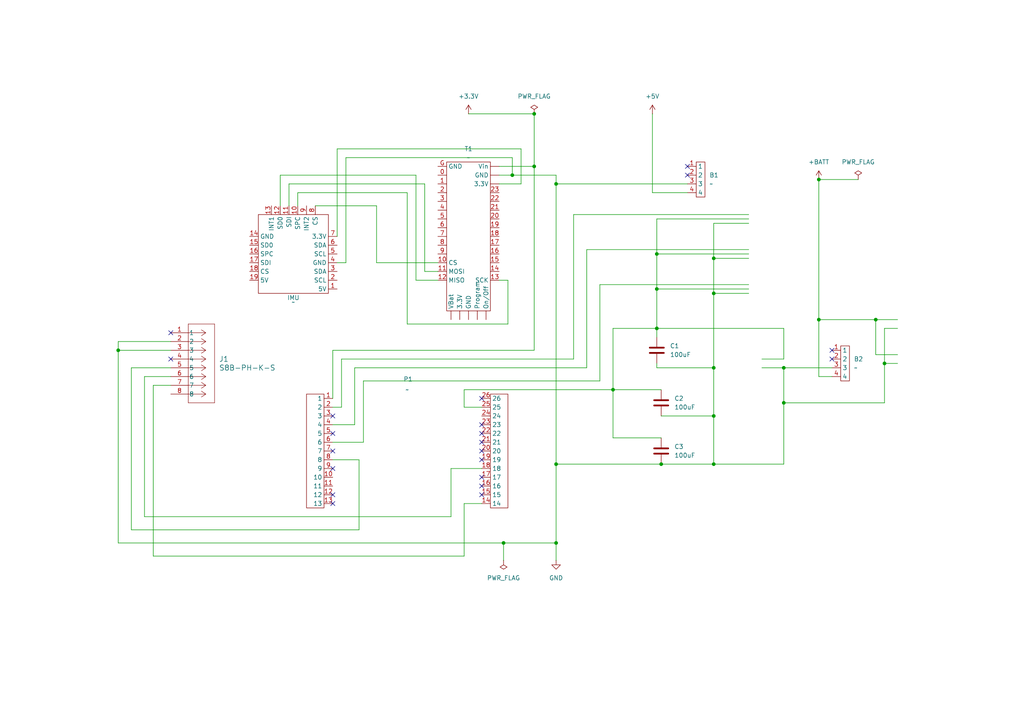
<source format=kicad_sch>
(kicad_sch
	(version 20250114)
	(generator "eeschema")
	(generator_version "9.0")
	(uuid "1a732c2e-e16d-4aff-81cc-937b301c45cb")
	(paper "A4")
	(lib_symbols
		(symbol "2024-06-10_15-21-01:S8B-PH-K-S"
			(pin_names
				(offset 0.254)
			)
			(exclude_from_sim no)
			(in_bom yes)
			(on_board yes)
			(property "Reference" "J"
				(at 8.89 6.35 0)
				(effects
					(font
						(size 1.524 1.524)
					)
				)
			)
			(property "Value" "S8B-PH-K-S"
				(at 0 0 0)
				(effects
					(font
						(size 1.524 1.524)
					)
				)
			)
			(property "Footprint" "CONN_S8B-PH-K-S (LF)(SN)_JST"
				(at 0 0 0)
				(effects
					(font
						(size 1.27 1.27)
						(italic yes)
					)
					(hide yes)
				)
			)
			(property "Datasheet" "S8B-PH-K-S"
				(at 0 0 0)
				(effects
					(font
						(size 1.27 1.27)
						(italic yes)
					)
					(hide yes)
				)
			)
			(property "Description" ""
				(at 0 0 0)
				(effects
					(font
						(size 1.27 1.27)
					)
					(hide yes)
				)
			)
			(property "ki_locked" ""
				(at 0 0 0)
				(effects
					(font
						(size 1.27 1.27)
					)
				)
			)
			(property "ki_keywords" "S8B-PH-K-S"
				(at 0 0 0)
				(effects
					(font
						(size 1.27 1.27)
					)
					(hide yes)
				)
			)
			(property "ki_fp_filters" "CONN_S8B-PH-K-S (LF)(SN)_JST"
				(at 0 0 0)
				(effects
					(font
						(size 1.27 1.27)
					)
					(hide yes)
				)
			)
			(symbol "S8B-PH-K-S_1_1"
				(polyline
					(pts
						(xy 5.08 2.54) (xy 5.08 -20.32)
					)
					(stroke
						(width 0.127)
						(type default)
					)
					(fill
						(type none)
					)
				)
				(polyline
					(pts
						(xy 5.08 -20.32) (xy 12.7 -20.32)
					)
					(stroke
						(width 0.127)
						(type default)
					)
					(fill
						(type none)
					)
				)
				(polyline
					(pts
						(xy 10.16 0) (xy 5.08 0)
					)
					(stroke
						(width 0.127)
						(type default)
					)
					(fill
						(type none)
					)
				)
				(polyline
					(pts
						(xy 10.16 0) (xy 8.89 0.8467)
					)
					(stroke
						(width 0.127)
						(type default)
					)
					(fill
						(type none)
					)
				)
				(polyline
					(pts
						(xy 10.16 0) (xy 8.89 -0.8467)
					)
					(stroke
						(width 0.127)
						(type default)
					)
					(fill
						(type none)
					)
				)
				(polyline
					(pts
						(xy 10.16 -2.54) (xy 5.08 -2.54)
					)
					(stroke
						(width 0.127)
						(type default)
					)
					(fill
						(type none)
					)
				)
				(polyline
					(pts
						(xy 10.16 -2.54) (xy 8.89 -1.6933)
					)
					(stroke
						(width 0.127)
						(type default)
					)
					(fill
						(type none)
					)
				)
				(polyline
					(pts
						(xy 10.16 -2.54) (xy 8.89 -3.3867)
					)
					(stroke
						(width 0.127)
						(type default)
					)
					(fill
						(type none)
					)
				)
				(polyline
					(pts
						(xy 10.16 -5.08) (xy 5.08 -5.08)
					)
					(stroke
						(width 0.127)
						(type default)
					)
					(fill
						(type none)
					)
				)
				(polyline
					(pts
						(xy 10.16 -5.08) (xy 8.89 -4.2333)
					)
					(stroke
						(width 0.127)
						(type default)
					)
					(fill
						(type none)
					)
				)
				(polyline
					(pts
						(xy 10.16 -5.08) (xy 8.89 -5.9267)
					)
					(stroke
						(width 0.127)
						(type default)
					)
					(fill
						(type none)
					)
				)
				(polyline
					(pts
						(xy 10.16 -7.62) (xy 5.08 -7.62)
					)
					(stroke
						(width 0.127)
						(type default)
					)
					(fill
						(type none)
					)
				)
				(polyline
					(pts
						(xy 10.16 -7.62) (xy 8.89 -6.7733)
					)
					(stroke
						(width 0.127)
						(type default)
					)
					(fill
						(type none)
					)
				)
				(polyline
					(pts
						(xy 10.16 -7.62) (xy 8.89 -8.4667)
					)
					(stroke
						(width 0.127)
						(type default)
					)
					(fill
						(type none)
					)
				)
				(polyline
					(pts
						(xy 10.16 -10.16) (xy 5.08 -10.16)
					)
					(stroke
						(width 0.127)
						(type default)
					)
					(fill
						(type none)
					)
				)
				(polyline
					(pts
						(xy 10.16 -10.16) (xy 8.89 -9.3133)
					)
					(stroke
						(width 0.127)
						(type default)
					)
					(fill
						(type none)
					)
				)
				(polyline
					(pts
						(xy 10.16 -10.16) (xy 8.89 -11.0067)
					)
					(stroke
						(width 0.127)
						(type default)
					)
					(fill
						(type none)
					)
				)
				(polyline
					(pts
						(xy 10.16 -12.7) (xy 5.08 -12.7)
					)
					(stroke
						(width 0.127)
						(type default)
					)
					(fill
						(type none)
					)
				)
				(polyline
					(pts
						(xy 10.16 -12.7) (xy 8.89 -11.8533)
					)
					(stroke
						(width 0.127)
						(type default)
					)
					(fill
						(type none)
					)
				)
				(polyline
					(pts
						(xy 10.16 -12.7) (xy 8.89 -13.5467)
					)
					(stroke
						(width 0.127)
						(type default)
					)
					(fill
						(type none)
					)
				)
				(polyline
					(pts
						(xy 10.16 -15.24) (xy 5.08 -15.24)
					)
					(stroke
						(width 0.127)
						(type default)
					)
					(fill
						(type none)
					)
				)
				(polyline
					(pts
						(xy 10.16 -15.24) (xy 8.89 -14.3933)
					)
					(stroke
						(width 0.127)
						(type default)
					)
					(fill
						(type none)
					)
				)
				(polyline
					(pts
						(xy 10.16 -15.24) (xy 8.89 -16.0867)
					)
					(stroke
						(width 0.127)
						(type default)
					)
					(fill
						(type none)
					)
				)
				(polyline
					(pts
						(xy 10.16 -17.78) (xy 5.08 -17.78)
					)
					(stroke
						(width 0.127)
						(type default)
					)
					(fill
						(type none)
					)
				)
				(polyline
					(pts
						(xy 10.16 -17.78) (xy 8.89 -16.9333)
					)
					(stroke
						(width 0.127)
						(type default)
					)
					(fill
						(type none)
					)
				)
				(polyline
					(pts
						(xy 10.16 -17.78) (xy 8.89 -18.6267)
					)
					(stroke
						(width 0.127)
						(type default)
					)
					(fill
						(type none)
					)
				)
				(polyline
					(pts
						(xy 12.7 2.54) (xy 5.08 2.54)
					)
					(stroke
						(width 0.127)
						(type default)
					)
					(fill
						(type none)
					)
				)
				(polyline
					(pts
						(xy 12.7 -20.32) (xy 12.7 2.54)
					)
					(stroke
						(width 0.127)
						(type default)
					)
					(fill
						(type none)
					)
				)
				(pin unspecified line
					(at 0 0 0)
					(length 5.08)
					(name "1"
						(effects
							(font
								(size 1.27 1.27)
							)
						)
					)
					(number "1"
						(effects
							(font
								(size 1.27 1.27)
							)
						)
					)
				)
				(pin unspecified line
					(at 0 -2.54 0)
					(length 5.08)
					(name "2"
						(effects
							(font
								(size 1.27 1.27)
							)
						)
					)
					(number "2"
						(effects
							(font
								(size 1.27 1.27)
							)
						)
					)
				)
				(pin unspecified line
					(at 0 -5.08 0)
					(length 5.08)
					(name "3"
						(effects
							(font
								(size 1.27 1.27)
							)
						)
					)
					(number "3"
						(effects
							(font
								(size 1.27 1.27)
							)
						)
					)
				)
				(pin unspecified line
					(at 0 -7.62 0)
					(length 5.08)
					(name "4"
						(effects
							(font
								(size 1.27 1.27)
							)
						)
					)
					(number "4"
						(effects
							(font
								(size 1.27 1.27)
							)
						)
					)
				)
				(pin unspecified line
					(at 0 -10.16 0)
					(length 5.08)
					(name "5"
						(effects
							(font
								(size 1.27 1.27)
							)
						)
					)
					(number "5"
						(effects
							(font
								(size 1.27 1.27)
							)
						)
					)
				)
				(pin unspecified line
					(at 0 -12.7 0)
					(length 5.08)
					(name "6"
						(effects
							(font
								(size 1.27 1.27)
							)
						)
					)
					(number "6"
						(effects
							(font
								(size 1.27 1.27)
							)
						)
					)
				)
				(pin unspecified line
					(at 0 -15.24 0)
					(length 5.08)
					(name "7"
						(effects
							(font
								(size 1.27 1.27)
							)
						)
					)
					(number "7"
						(effects
							(font
								(size 1.27 1.27)
							)
						)
					)
				)
				(pin unspecified line
					(at 0 -17.78 0)
					(length 5.08)
					(name "8"
						(effects
							(font
								(size 1.27 1.27)
							)
						)
					)
					(number "8"
						(effects
							(font
								(size 1.27 1.27)
							)
						)
					)
				)
			)
			(symbol "S8B-PH-K-S_1_2"
				(polyline
					(pts
						(xy 5.08 2.54) (xy 5.08 -20.32)
					)
					(stroke
						(width 0.127)
						(type default)
					)
					(fill
						(type none)
					)
				)
				(polyline
					(pts
						(xy 5.08 -20.32) (xy 12.7 -20.32)
					)
					(stroke
						(width 0.127)
						(type default)
					)
					(fill
						(type none)
					)
				)
				(polyline
					(pts
						(xy 7.62 0) (xy 5.08 0)
					)
					(stroke
						(width 0.127)
						(type default)
					)
					(fill
						(type none)
					)
				)
				(polyline
					(pts
						(xy 7.62 0) (xy 8.89 0.8467)
					)
					(stroke
						(width 0.127)
						(type default)
					)
					(fill
						(type none)
					)
				)
				(polyline
					(pts
						(xy 7.62 0) (xy 8.89 -0.8467)
					)
					(stroke
						(width 0.127)
						(type default)
					)
					(fill
						(type none)
					)
				)
				(polyline
					(pts
						(xy 7.62 -2.54) (xy 5.08 -2.54)
					)
					(stroke
						(width 0.127)
						(type default)
					)
					(fill
						(type none)
					)
				)
				(polyline
					(pts
						(xy 7.62 -2.54) (xy 8.89 -1.6933)
					)
					(stroke
						(width 0.127)
						(type default)
					)
					(fill
						(type none)
					)
				)
				(polyline
					(pts
						(xy 7.62 -2.54) (xy 8.89 -3.3867)
					)
					(stroke
						(width 0.127)
						(type default)
					)
					(fill
						(type none)
					)
				)
				(polyline
					(pts
						(xy 7.62 -5.08) (xy 5.08 -5.08)
					)
					(stroke
						(width 0.127)
						(type default)
					)
					(fill
						(type none)
					)
				)
				(polyline
					(pts
						(xy 7.62 -5.08) (xy 8.89 -4.2333)
					)
					(stroke
						(width 0.127)
						(type default)
					)
					(fill
						(type none)
					)
				)
				(polyline
					(pts
						(xy 7.62 -5.08) (xy 8.89 -5.9267)
					)
					(stroke
						(width 0.127)
						(type default)
					)
					(fill
						(type none)
					)
				)
				(polyline
					(pts
						(xy 7.62 -7.62) (xy 5.08 -7.62)
					)
					(stroke
						(width 0.127)
						(type default)
					)
					(fill
						(type none)
					)
				)
				(polyline
					(pts
						(xy 7.62 -7.62) (xy 8.89 -6.7733)
					)
					(stroke
						(width 0.127)
						(type default)
					)
					(fill
						(type none)
					)
				)
				(polyline
					(pts
						(xy 7.62 -7.62) (xy 8.89 -8.4667)
					)
					(stroke
						(width 0.127)
						(type default)
					)
					(fill
						(type none)
					)
				)
				(polyline
					(pts
						(xy 7.62 -10.16) (xy 5.08 -10.16)
					)
					(stroke
						(width 0.127)
						(type default)
					)
					(fill
						(type none)
					)
				)
				(polyline
					(pts
						(xy 7.62 -10.16) (xy 8.89 -9.3133)
					)
					(stroke
						(width 0.127)
						(type default)
					)
					(fill
						(type none)
					)
				)
				(polyline
					(pts
						(xy 7.62 -10.16) (xy 8.89 -11.0067)
					)
					(stroke
						(width 0.127)
						(type default)
					)
					(fill
						(type none)
					)
				)
				(polyline
					(pts
						(xy 7.62 -12.7) (xy 5.08 -12.7)
					)
					(stroke
						(width 0.127)
						(type default)
					)
					(fill
						(type none)
					)
				)
				(polyline
					(pts
						(xy 7.62 -12.7) (xy 8.89 -11.8533)
					)
					(stroke
						(width 0.127)
						(type default)
					)
					(fill
						(type none)
					)
				)
				(polyline
					(pts
						(xy 7.62 -12.7) (xy 8.89 -13.5467)
					)
					(stroke
						(width 0.127)
						(type default)
					)
					(fill
						(type none)
					)
				)
				(polyline
					(pts
						(xy 7.62 -15.24) (xy 5.08 -15.24)
					)
					(stroke
						(width 0.127)
						(type default)
					)
					(fill
						(type none)
					)
				)
				(polyline
					(pts
						(xy 7.62 -15.24) (xy 8.89 -14.3933)
					)
					(stroke
						(width 0.127)
						(type default)
					)
					(fill
						(type none)
					)
				)
				(polyline
					(pts
						(xy 7.62 -15.24) (xy 8.89 -16.0867)
					)
					(stroke
						(width 0.127)
						(type default)
					)
					(fill
						(type none)
					)
				)
				(polyline
					(pts
						(xy 7.62 -17.78) (xy 5.08 -17.78)
					)
					(stroke
						(width 0.127)
						(type default)
					)
					(fill
						(type none)
					)
				)
				(polyline
					(pts
						(xy 7.62 -17.78) (xy 8.89 -16.9333)
					)
					(stroke
						(width 0.127)
						(type default)
					)
					(fill
						(type none)
					)
				)
				(polyline
					(pts
						(xy 7.62 -17.78) (xy 8.89 -18.6267)
					)
					(stroke
						(width 0.127)
						(type default)
					)
					(fill
						(type none)
					)
				)
				(polyline
					(pts
						(xy 12.7 2.54) (xy 5.08 2.54)
					)
					(stroke
						(width 0.127)
						(type default)
					)
					(fill
						(type none)
					)
				)
				(polyline
					(pts
						(xy 12.7 -20.32) (xy 12.7 2.54)
					)
					(stroke
						(width 0.127)
						(type default)
					)
					(fill
						(type none)
					)
				)
				(pin unspecified line
					(at 0 0 0)
					(length 5.08)
					(name "1"
						(effects
							(font
								(size 1.27 1.27)
							)
						)
					)
					(number "1"
						(effects
							(font
								(size 1.27 1.27)
							)
						)
					)
				)
				(pin unspecified line
					(at 0 -2.54 0)
					(length 5.08)
					(name "2"
						(effects
							(font
								(size 1.27 1.27)
							)
						)
					)
					(number "2"
						(effects
							(font
								(size 1.27 1.27)
							)
						)
					)
				)
				(pin unspecified line
					(at 0 -5.08 0)
					(length 5.08)
					(name "3"
						(effects
							(font
								(size 1.27 1.27)
							)
						)
					)
					(number "3"
						(effects
							(font
								(size 1.27 1.27)
							)
						)
					)
				)
				(pin unspecified line
					(at 0 -7.62 0)
					(length 5.08)
					(name "4"
						(effects
							(font
								(size 1.27 1.27)
							)
						)
					)
					(number "4"
						(effects
							(font
								(size 1.27 1.27)
							)
						)
					)
				)
				(pin unspecified line
					(at 0 -10.16 0)
					(length 5.08)
					(name "5"
						(effects
							(font
								(size 1.27 1.27)
							)
						)
					)
					(number "5"
						(effects
							(font
								(size 1.27 1.27)
							)
						)
					)
				)
				(pin unspecified line
					(at 0 -12.7 0)
					(length 5.08)
					(name "6"
						(effects
							(font
								(size 1.27 1.27)
							)
						)
					)
					(number "6"
						(effects
							(font
								(size 1.27 1.27)
							)
						)
					)
				)
				(pin unspecified line
					(at 0 -15.24 0)
					(length 5.08)
					(name "7"
						(effects
							(font
								(size 1.27 1.27)
							)
						)
					)
					(number "7"
						(effects
							(font
								(size 1.27 1.27)
							)
						)
					)
				)
				(pin unspecified line
					(at 0 -17.78 0)
					(length 5.08)
					(name "8"
						(effects
							(font
								(size 1.27 1.27)
							)
						)
					)
					(number "8"
						(effects
							(font
								(size 1.27 1.27)
							)
						)
					)
				)
			)
			(embedded_fonts no)
		)
		(symbol "Berry_IMU:Berry_IMU"
			(exclude_from_sim no)
			(in_bom yes)
			(on_board yes)
			(property "Reference" "U1"
				(at 0 -12.7 0)
				(effects
					(font
						(size 1.27 1.27)
					)
				)
			)
			(property "Value" "~"
				(at 0 -13.97 0)
				(effects
					(font
						(size 1.27 1.27)
					)
				)
			)
			(property "Footprint" ""
				(at 0 0 0)
				(effects
					(font
						(size 1.27 1.27)
					)
					(hide yes)
				)
			)
			(property "Datasheet" ""
				(at 0 0 0)
				(effects
					(font
						(size 1.27 1.27)
					)
					(hide yes)
				)
			)
			(property "Description" ""
				(at 0 0 0)
				(effects
					(font
						(size 1.27 1.27)
					)
					(hide yes)
				)
			)
			(symbol "Berry_IMU_0_1"
				(rectangle
					(start -10.16 11.43)
					(end 10.16 -11.43)
					(stroke
						(width 0)
						(type default)
					)
					(fill
						(type none)
					)
				)
			)
			(symbol "Berry_IMU_1_1"
				(pin input line
					(at -12.7 5.08 0)
					(length 2.54)
					(name "GND"
						(effects
							(font
								(size 1.27 1.27)
							)
						)
					)
					(number "14"
						(effects
							(font
								(size 1.27 1.27)
							)
						)
					)
				)
				(pin input line
					(at -12.7 2.54 0)
					(length 2.54)
					(name "SD0"
						(effects
							(font
								(size 1.27 1.27)
							)
						)
					)
					(number "15"
						(effects
							(font
								(size 1.27 1.27)
							)
						)
					)
				)
				(pin input line
					(at -12.7 0 0)
					(length 2.54)
					(name "SPC"
						(effects
							(font
								(size 1.27 1.27)
							)
						)
					)
					(number "16"
						(effects
							(font
								(size 1.27 1.27)
							)
						)
					)
				)
				(pin input line
					(at -12.7 -2.54 0)
					(length 2.54)
					(name "SDI"
						(effects
							(font
								(size 1.27 1.27)
							)
						)
					)
					(number "17"
						(effects
							(font
								(size 1.27 1.27)
							)
						)
					)
				)
				(pin input line
					(at -12.7 -5.08 0)
					(length 2.54)
					(name "CS"
						(effects
							(font
								(size 1.27 1.27)
							)
						)
					)
					(number "18"
						(effects
							(font
								(size 1.27 1.27)
							)
						)
					)
				)
				(pin input line
					(at -12.7 -7.62 0)
					(length 2.54)
					(name "5V"
						(effects
							(font
								(size 1.27 1.27)
							)
						)
					)
					(number "19"
						(effects
							(font
								(size 1.27 1.27)
							)
						)
					)
				)
				(pin input line
					(at -6.35 13.97 270)
					(length 2.54)
					(name "INT1"
						(effects
							(font
								(size 1.27 1.27)
							)
						)
					)
					(number "13"
						(effects
							(font
								(size 1.27 1.27)
							)
						)
					)
				)
				(pin input line
					(at -3.81 13.97 270)
					(length 2.54)
					(name "SD0"
						(effects
							(font
								(size 1.27 1.27)
							)
						)
					)
					(number "12"
						(effects
							(font
								(size 1.27 1.27)
							)
						)
					)
				)
				(pin input line
					(at -1.27 13.97 270)
					(length 2.54)
					(name "SDI"
						(effects
							(font
								(size 1.27 1.27)
							)
						)
					)
					(number "11"
						(effects
							(font
								(size 1.27 1.27)
							)
						)
					)
				)
				(pin input line
					(at 1.27 13.97 270)
					(length 2.54)
					(name "SPC"
						(effects
							(font
								(size 1.27 1.27)
							)
						)
					)
					(number "10"
						(effects
							(font
								(size 1.27 1.27)
							)
						)
					)
				)
				(pin input line
					(at 3.81 13.97 270)
					(length 2.54)
					(name "INT2"
						(effects
							(font
								(size 1.27 1.27)
							)
						)
					)
					(number "9"
						(effects
							(font
								(size 1.27 1.27)
							)
						)
					)
				)
				(pin input line
					(at 6.35 13.97 270)
					(length 2.54)
					(name "CS"
						(effects
							(font
								(size 1.27 1.27)
							)
						)
					)
					(number "8"
						(effects
							(font
								(size 1.27 1.27)
							)
						)
					)
				)
				(pin input line
					(at 12.7 5.08 180)
					(length 2.54)
					(name "3.3V"
						(effects
							(font
								(size 1.27 1.27)
							)
						)
					)
					(number "7"
						(effects
							(font
								(size 1.27 1.27)
							)
						)
					)
				)
				(pin input line
					(at 12.7 2.54 180)
					(length 2.54)
					(name "SDA"
						(effects
							(font
								(size 1.27 1.27)
							)
						)
					)
					(number "6"
						(effects
							(font
								(size 1.27 1.27)
							)
						)
					)
				)
				(pin input line
					(at 12.7 0 180)
					(length 2.54)
					(name "SCL"
						(effects
							(font
								(size 1.27 1.27)
							)
						)
					)
					(number "5"
						(effects
							(font
								(size 1.27 1.27)
							)
						)
					)
				)
				(pin input line
					(at 12.7 -2.54 180)
					(length 2.54)
					(name "GND"
						(effects
							(font
								(size 1.27 1.27)
							)
						)
					)
					(number "4"
						(effects
							(font
								(size 1.27 1.27)
							)
						)
					)
				)
				(pin input line
					(at 12.7 -5.08 180)
					(length 2.54)
					(name "SDA"
						(effects
							(font
								(size 1.27 1.27)
							)
						)
					)
					(number "3"
						(effects
							(font
								(size 1.27 1.27)
							)
						)
					)
				)
				(pin input line
					(at 12.7 -7.62 180)
					(length 2.54)
					(name "SCL"
						(effects
							(font
								(size 1.27 1.27)
							)
						)
					)
					(number "2"
						(effects
							(font
								(size 1.27 1.27)
							)
						)
					)
				)
				(pin input line
					(at 12.7 -10.16 180)
					(length 2.54)
					(name "5V"
						(effects
							(font
								(size 1.27 1.27)
							)
						)
					)
					(number "1"
						(effects
							(font
								(size 1.27 1.27)
							)
						)
					)
				)
			)
			(embedded_fonts no)
		)
		(symbol "Device:C"
			(pin_numbers
				(hide yes)
			)
			(pin_names
				(offset 0.254)
			)
			(exclude_from_sim no)
			(in_bom yes)
			(on_board yes)
			(property "Reference" "C"
				(at 0.635 2.54 0)
				(effects
					(font
						(size 1.27 1.27)
					)
					(justify left)
				)
			)
			(property "Value" "C"
				(at 0.635 -2.54 0)
				(effects
					(font
						(size 1.27 1.27)
					)
					(justify left)
				)
			)
			(property "Footprint" ""
				(at 0.9652 -3.81 0)
				(effects
					(font
						(size 1.27 1.27)
					)
					(hide yes)
				)
			)
			(property "Datasheet" "~"
				(at 0 0 0)
				(effects
					(font
						(size 1.27 1.27)
					)
					(hide yes)
				)
			)
			(property "Description" "Unpolarized capacitor"
				(at 0 0 0)
				(effects
					(font
						(size 1.27 1.27)
					)
					(hide yes)
				)
			)
			(property "ki_keywords" "cap capacitor"
				(at 0 0 0)
				(effects
					(font
						(size 1.27 1.27)
					)
					(hide yes)
				)
			)
			(property "ki_fp_filters" "C_*"
				(at 0 0 0)
				(effects
					(font
						(size 1.27 1.27)
					)
					(hide yes)
				)
			)
			(symbol "C_0_1"
				(polyline
					(pts
						(xy -2.032 0.762) (xy 2.032 0.762)
					)
					(stroke
						(width 0.508)
						(type default)
					)
					(fill
						(type none)
					)
				)
				(polyline
					(pts
						(xy -2.032 -0.762) (xy 2.032 -0.762)
					)
					(stroke
						(width 0.508)
						(type default)
					)
					(fill
						(type none)
					)
				)
			)
			(symbol "C_1_1"
				(pin passive line
					(at 0 3.81 270)
					(length 2.794)
					(name "~"
						(effects
							(font
								(size 1.27 1.27)
							)
						)
					)
					(number "1"
						(effects
							(font
								(size 1.27 1.27)
							)
						)
					)
				)
				(pin passive line
					(at 0 -3.81 90)
					(length 2.794)
					(name "~"
						(effects
							(font
								(size 1.27 1.27)
							)
						)
					)
					(number "2"
						(effects
							(font
								(size 1.27 1.27)
							)
						)
					)
				)
			)
			(embedded_fonts no)
		)
		(symbol "Female Pins:Female_Pins"
			(exclude_from_sim no)
			(in_bom yes)
			(on_board yes)
			(property "Reference" "P"
				(at 0 -22.86 0)
				(effects
					(font
						(size 1.27 1.27)
					)
				)
			)
			(property "Value" ""
				(at -21.59 5.08 0)
				(effects
					(font
						(size 1.27 1.27)
					)
				)
			)
			(property "Footprint" ""
				(at -21.59 5.08 0)
				(effects
					(font
						(size 1.27 1.27)
					)
					(hide yes)
				)
			)
			(property "Datasheet" ""
				(at -21.59 5.08 0)
				(effects
					(font
						(size 1.27 1.27)
					)
					(hide yes)
				)
			)
			(property "Description" ""
				(at -21.59 5.08 0)
				(effects
					(font
						(size 1.27 1.27)
					)
					(hide yes)
				)
			)
			(symbol "Female_Pins_0_1"
				(rectangle
					(start -29.21 16.51)
					(end -24.13 -16.51)
					(stroke
						(width 0)
						(type default)
					)
					(fill
						(type none)
					)
				)
				(rectangle
					(start 24.13 16.51)
					(end 29.21 -16.51)
					(stroke
						(width 0)
						(type default)
					)
					(fill
						(type none)
					)
				)
			)
			(symbol "Female_Pins_1_1"
				(pin bidirectional line
					(at -21.59 15.24 180)
					(length 2.54)
					(name "1"
						(effects
							(font
								(size 1.27 1.27)
							)
						)
					)
					(number "1"
						(effects
							(font
								(size 1.27 1.27)
							)
						)
					)
				)
				(pin bidirectional line
					(at -21.59 12.7 180)
					(length 2.54)
					(name "2"
						(effects
							(font
								(size 1.27 1.27)
							)
						)
					)
					(number "2"
						(effects
							(font
								(size 1.27 1.27)
							)
						)
					)
				)
				(pin bidirectional line
					(at -21.59 10.16 180)
					(length 2.54)
					(name "3"
						(effects
							(font
								(size 1.27 1.27)
							)
						)
					)
					(number "3"
						(effects
							(font
								(size 1.27 1.27)
							)
						)
					)
				)
				(pin bidirectional line
					(at -21.59 7.62 180)
					(length 2.54)
					(name "4"
						(effects
							(font
								(size 1.27 1.27)
							)
						)
					)
					(number "4"
						(effects
							(font
								(size 1.27 1.27)
							)
						)
					)
				)
				(pin bidirectional line
					(at -21.59 5.08 180)
					(length 2.54)
					(name "5"
						(effects
							(font
								(size 1.27 1.27)
							)
						)
					)
					(number "5"
						(effects
							(font
								(size 1.27 1.27)
							)
						)
					)
				)
				(pin bidirectional line
					(at -21.59 2.54 180)
					(length 2.54)
					(name "6"
						(effects
							(font
								(size 1.27 1.27)
							)
						)
					)
					(number "6"
						(effects
							(font
								(size 1.27 1.27)
							)
						)
					)
				)
				(pin bidirectional line
					(at -21.59 0 180)
					(length 2.54)
					(name "7"
						(effects
							(font
								(size 1.27 1.27)
							)
						)
					)
					(number "7"
						(effects
							(font
								(size 1.27 1.27)
							)
						)
					)
				)
				(pin bidirectional line
					(at -21.59 -2.54 180)
					(length 2.54)
					(name "8"
						(effects
							(font
								(size 1.27 1.27)
							)
						)
					)
					(number "8"
						(effects
							(font
								(size 1.27 1.27)
							)
						)
					)
				)
				(pin bidirectional line
					(at -21.59 -5.08 180)
					(length 2.54)
					(name "9"
						(effects
							(font
								(size 1.27 1.27)
							)
						)
					)
					(number "9"
						(effects
							(font
								(size 1.27 1.27)
							)
						)
					)
				)
				(pin bidirectional line
					(at -21.59 -7.62 180)
					(length 2.54)
					(name "10"
						(effects
							(font
								(size 1.27 1.27)
							)
						)
					)
					(number "10"
						(effects
							(font
								(size 1.27 1.27)
							)
						)
					)
				)
				(pin bidirectional line
					(at -21.59 -10.16 180)
					(length 2.54)
					(name "11"
						(effects
							(font
								(size 1.27 1.27)
							)
						)
					)
					(number "11"
						(effects
							(font
								(size 1.27 1.27)
							)
						)
					)
				)
				(pin bidirectional line
					(at -21.59 -12.7 180)
					(length 2.54)
					(name "12"
						(effects
							(font
								(size 1.27 1.27)
							)
						)
					)
					(number "12"
						(effects
							(font
								(size 1.27 1.27)
							)
						)
					)
				)
				(pin bidirectional line
					(at -21.59 -15.24 180)
					(length 2.54)
					(name "13"
						(effects
							(font
								(size 1.27 1.27)
							)
						)
					)
					(number "13"
						(effects
							(font
								(size 1.27 1.27)
							)
						)
					)
				)
				(pin bidirectional line
					(at 21.59 15.24 0)
					(length 2.54)
					(name "26"
						(effects
							(font
								(size 1.27 1.27)
							)
						)
					)
					(number "26"
						(effects
							(font
								(size 1.27 1.27)
							)
						)
					)
				)
				(pin bidirectional line
					(at 21.59 12.7 0)
					(length 2.54)
					(name "25"
						(effects
							(font
								(size 1.27 1.27)
							)
						)
					)
					(number "25"
						(effects
							(font
								(size 1.27 1.27)
							)
						)
					)
				)
				(pin bidirectional line
					(at 21.59 10.16 0)
					(length 2.54)
					(name "24"
						(effects
							(font
								(size 1.27 1.27)
							)
						)
					)
					(number "24"
						(effects
							(font
								(size 1.27 1.27)
							)
						)
					)
				)
				(pin bidirectional line
					(at 21.59 7.62 0)
					(length 2.54)
					(name "23"
						(effects
							(font
								(size 1.27 1.27)
							)
						)
					)
					(number "23"
						(effects
							(font
								(size 1.27 1.27)
							)
						)
					)
				)
				(pin bidirectional line
					(at 21.59 5.08 0)
					(length 2.54)
					(name "22"
						(effects
							(font
								(size 1.27 1.27)
							)
						)
					)
					(number "22"
						(effects
							(font
								(size 1.27 1.27)
							)
						)
					)
				)
				(pin bidirectional line
					(at 21.59 2.54 0)
					(length 2.54)
					(name "21"
						(effects
							(font
								(size 1.27 1.27)
							)
						)
					)
					(number "21"
						(effects
							(font
								(size 1.27 1.27)
							)
						)
					)
				)
				(pin bidirectional line
					(at 21.59 0 0)
					(length 2.54)
					(name "20"
						(effects
							(font
								(size 1.27 1.27)
							)
						)
					)
					(number "20"
						(effects
							(font
								(size 1.27 1.27)
							)
						)
					)
				)
				(pin bidirectional line
					(at 21.59 -2.54 0)
					(length 2.54)
					(name "19"
						(effects
							(font
								(size 1.27 1.27)
							)
						)
					)
					(number "19"
						(effects
							(font
								(size 1.27 1.27)
							)
						)
					)
				)
				(pin bidirectional line
					(at 21.59 -5.08 0)
					(length 2.54)
					(name "18"
						(effects
							(font
								(size 1.27 1.27)
							)
						)
					)
					(number "18"
						(effects
							(font
								(size 1.27 1.27)
							)
						)
					)
				)
				(pin bidirectional line
					(at 21.59 -7.62 0)
					(length 2.54)
					(name "17"
						(effects
							(font
								(size 1.27 1.27)
							)
						)
					)
					(number "17"
						(effects
							(font
								(size 1.27 1.27)
							)
						)
					)
				)
				(pin bidirectional line
					(at 21.59 -10.16 0)
					(length 2.54)
					(name "16"
						(effects
							(font
								(size 1.27 1.27)
							)
						)
					)
					(number "16"
						(effects
							(font
								(size 1.27 1.27)
							)
						)
					)
				)
				(pin bidirectional line
					(at 21.59 -12.7 0)
					(length 2.54)
					(name "15"
						(effects
							(font
								(size 1.27 1.27)
							)
						)
					)
					(number "15"
						(effects
							(font
								(size 1.27 1.27)
							)
						)
					)
				)
				(pin bidirectional line
					(at 21.59 -15.24 0)
					(length 2.54)
					(name "14"
						(effects
							(font
								(size 1.27 1.27)
							)
						)
					)
					(number "14"
						(effects
							(font
								(size 1.27 1.27)
							)
						)
					)
				)
			)
			(embedded_fonts no)
		)
		(symbol "XT30:XT30"
			(exclude_from_sim no)
			(in_bom yes)
			(on_board yes)
			(property "Reference" "B"
				(at 0 -7.112 0)
				(effects
					(font
						(size 1.27 1.27)
					)
				)
			)
			(property "Value" ""
				(at 0 -1.27 0)
				(effects
					(font
						(size 1.27 1.27)
					)
				)
			)
			(property "Footprint" ""
				(at 0 -1.27 0)
				(effects
					(font
						(size 1.27 1.27)
					)
					(hide yes)
				)
			)
			(property "Datasheet" ""
				(at 0 -1.27 0)
				(effects
					(font
						(size 1.27 1.27)
					)
					(hide yes)
				)
			)
			(property "Description" ""
				(at 0 -1.27 0)
				(effects
					(font
						(size 1.27 1.27)
					)
					(hide yes)
				)
			)
			(symbol "XT30_0_1"
				(rectangle
					(start 0 5.08)
					(end 2.54 -5.08)
					(stroke
						(width 0)
						(type default)
					)
					(fill
						(type none)
					)
				)
			)
			(symbol "XT30_1_1"
				(pin input line
					(at -2.54 3.81 0)
					(length 2.54)
					(name "1"
						(effects
							(font
								(size 1.27 1.27)
							)
						)
					)
					(number "1"
						(effects
							(font
								(size 1.27 1.27)
							)
						)
					)
				)
				(pin input line
					(at -2.54 1.27 0)
					(length 2.54)
					(name "2"
						(effects
							(font
								(size 1.27 1.27)
							)
						)
					)
					(number "2"
						(effects
							(font
								(size 1.27 1.27)
							)
						)
					)
				)
				(pin input line
					(at -2.54 -1.27 0)
					(length 2.54)
					(name "3"
						(effects
							(font
								(size 1.27 1.27)
							)
						)
					)
					(number "3"
						(effects
							(font
								(size 1.27 1.27)
							)
						)
					)
				)
				(pin input line
					(at -2.54 -3.81 0)
					(length 2.54)
					(name "4"
						(effects
							(font
								(size 1.27 1.27)
							)
						)
					)
					(number "4"
						(effects
							(font
								(size 1.27 1.27)
							)
						)
					)
				)
			)
			(embedded_fonts no)
		)
		(symbol "power:+3.3V"
			(power)
			(pin_numbers
				(hide yes)
			)
			(pin_names
				(offset 0)
				(hide yes)
			)
			(exclude_from_sim no)
			(in_bom yes)
			(on_board yes)
			(property "Reference" "#PWR"
				(at 0 -3.81 0)
				(effects
					(font
						(size 1.27 1.27)
					)
					(hide yes)
				)
			)
			(property "Value" "+3.3V"
				(at 0 3.556 0)
				(effects
					(font
						(size 1.27 1.27)
					)
				)
			)
			(property "Footprint" ""
				(at 0 0 0)
				(effects
					(font
						(size 1.27 1.27)
					)
					(hide yes)
				)
			)
			(property "Datasheet" ""
				(at 0 0 0)
				(effects
					(font
						(size 1.27 1.27)
					)
					(hide yes)
				)
			)
			(property "Description" "Power symbol creates a global label with name \"+3.3V\""
				(at 0 0 0)
				(effects
					(font
						(size 1.27 1.27)
					)
					(hide yes)
				)
			)
			(property "ki_keywords" "global power"
				(at 0 0 0)
				(effects
					(font
						(size 1.27 1.27)
					)
					(hide yes)
				)
			)
			(symbol "+3.3V_0_1"
				(polyline
					(pts
						(xy -0.762 1.27) (xy 0 2.54)
					)
					(stroke
						(width 0)
						(type default)
					)
					(fill
						(type none)
					)
				)
				(polyline
					(pts
						(xy 0 2.54) (xy 0.762 1.27)
					)
					(stroke
						(width 0)
						(type default)
					)
					(fill
						(type none)
					)
				)
				(polyline
					(pts
						(xy 0 0) (xy 0 2.54)
					)
					(stroke
						(width 0)
						(type default)
					)
					(fill
						(type none)
					)
				)
			)
			(symbol "+3.3V_1_1"
				(pin power_in line
					(at 0 0 90)
					(length 0)
					(name "~"
						(effects
							(font
								(size 1.27 1.27)
							)
						)
					)
					(number "1"
						(effects
							(font
								(size 1.27 1.27)
							)
						)
					)
				)
			)
			(embedded_fonts no)
		)
		(symbol "power:+5V"
			(power)
			(pin_numbers
				(hide yes)
			)
			(pin_names
				(offset 0)
				(hide yes)
			)
			(exclude_from_sim no)
			(in_bom yes)
			(on_board yes)
			(property "Reference" "#PWR"
				(at 0 -3.81 0)
				(effects
					(font
						(size 1.27 1.27)
					)
					(hide yes)
				)
			)
			(property "Value" "+5V"
				(at 0 3.556 0)
				(effects
					(font
						(size 1.27 1.27)
					)
				)
			)
			(property "Footprint" ""
				(at 0 0 0)
				(effects
					(font
						(size 1.27 1.27)
					)
					(hide yes)
				)
			)
			(property "Datasheet" ""
				(at 0 0 0)
				(effects
					(font
						(size 1.27 1.27)
					)
					(hide yes)
				)
			)
			(property "Description" "Power symbol creates a global label with name \"+5V\""
				(at 0 0 0)
				(effects
					(font
						(size 1.27 1.27)
					)
					(hide yes)
				)
			)
			(property "ki_keywords" "global power"
				(at 0 0 0)
				(effects
					(font
						(size 1.27 1.27)
					)
					(hide yes)
				)
			)
			(symbol "+5V_0_1"
				(polyline
					(pts
						(xy -0.762 1.27) (xy 0 2.54)
					)
					(stroke
						(width 0)
						(type default)
					)
					(fill
						(type none)
					)
				)
				(polyline
					(pts
						(xy 0 2.54) (xy 0.762 1.27)
					)
					(stroke
						(width 0)
						(type default)
					)
					(fill
						(type none)
					)
				)
				(polyline
					(pts
						(xy 0 0) (xy 0 2.54)
					)
					(stroke
						(width 0)
						(type default)
					)
					(fill
						(type none)
					)
				)
			)
			(symbol "+5V_1_1"
				(pin power_in line
					(at 0 0 90)
					(length 0)
					(name "~"
						(effects
							(font
								(size 1.27 1.27)
							)
						)
					)
					(number "1"
						(effects
							(font
								(size 1.27 1.27)
							)
						)
					)
				)
			)
			(embedded_fonts no)
		)
		(symbol "power:+BATT"
			(power)
			(pin_numbers
				(hide yes)
			)
			(pin_names
				(offset 0)
				(hide yes)
			)
			(exclude_from_sim no)
			(in_bom yes)
			(on_board yes)
			(property "Reference" "#PWR"
				(at 0 -3.81 0)
				(effects
					(font
						(size 1.27 1.27)
					)
					(hide yes)
				)
			)
			(property "Value" "+BATT"
				(at 0 3.556 0)
				(effects
					(font
						(size 1.27 1.27)
					)
				)
			)
			(property "Footprint" ""
				(at 0 0 0)
				(effects
					(font
						(size 1.27 1.27)
					)
					(hide yes)
				)
			)
			(property "Datasheet" ""
				(at 0 0 0)
				(effects
					(font
						(size 1.27 1.27)
					)
					(hide yes)
				)
			)
			(property "Description" "Power symbol creates a global label with name \"+BATT\""
				(at 0 0 0)
				(effects
					(font
						(size 1.27 1.27)
					)
					(hide yes)
				)
			)
			(property "ki_keywords" "global power battery"
				(at 0 0 0)
				(effects
					(font
						(size 1.27 1.27)
					)
					(hide yes)
				)
			)
			(symbol "+BATT_0_1"
				(polyline
					(pts
						(xy -0.762 1.27) (xy 0 2.54)
					)
					(stroke
						(width 0)
						(type default)
					)
					(fill
						(type none)
					)
				)
				(polyline
					(pts
						(xy 0 2.54) (xy 0.762 1.27)
					)
					(stroke
						(width 0)
						(type default)
					)
					(fill
						(type none)
					)
				)
				(polyline
					(pts
						(xy 0 0) (xy 0 2.54)
					)
					(stroke
						(width 0)
						(type default)
					)
					(fill
						(type none)
					)
				)
			)
			(symbol "+BATT_1_1"
				(pin power_in line
					(at 0 0 90)
					(length 0)
					(name "~"
						(effects
							(font
								(size 1.27 1.27)
							)
						)
					)
					(number "1"
						(effects
							(font
								(size 1.27 1.27)
							)
						)
					)
				)
			)
			(embedded_fonts no)
		)
		(symbol "power:GND"
			(power)
			(pin_numbers
				(hide yes)
			)
			(pin_names
				(offset 0)
				(hide yes)
			)
			(exclude_from_sim no)
			(in_bom yes)
			(on_board yes)
			(property "Reference" "#PWR"
				(at 0 -6.35 0)
				(effects
					(font
						(size 1.27 1.27)
					)
					(hide yes)
				)
			)
			(property "Value" "GND"
				(at 0 -3.81 0)
				(effects
					(font
						(size 1.27 1.27)
					)
				)
			)
			(property "Footprint" ""
				(at 0 0 0)
				(effects
					(font
						(size 1.27 1.27)
					)
					(hide yes)
				)
			)
			(property "Datasheet" ""
				(at 0 0 0)
				(effects
					(font
						(size 1.27 1.27)
					)
					(hide yes)
				)
			)
			(property "Description" "Power symbol creates a global label with name \"GND\" , ground"
				(at 0 0 0)
				(effects
					(font
						(size 1.27 1.27)
					)
					(hide yes)
				)
			)
			(property "ki_keywords" "global power"
				(at 0 0 0)
				(effects
					(font
						(size 1.27 1.27)
					)
					(hide yes)
				)
			)
			(symbol "GND_0_1"
				(polyline
					(pts
						(xy 0 0) (xy 0 -1.27) (xy 1.27 -1.27) (xy 0 -2.54) (xy -1.27 -1.27) (xy 0 -1.27)
					)
					(stroke
						(width 0)
						(type default)
					)
					(fill
						(type none)
					)
				)
			)
			(symbol "GND_1_1"
				(pin power_in line
					(at 0 0 270)
					(length 0)
					(name "~"
						(effects
							(font
								(size 1.27 1.27)
							)
						)
					)
					(number "1"
						(effects
							(font
								(size 1.27 1.27)
							)
						)
					)
				)
			)
			(embedded_fonts no)
		)
		(symbol "power:PWR_FLAG"
			(power)
			(pin_numbers
				(hide yes)
			)
			(pin_names
				(offset 0)
				(hide yes)
			)
			(exclude_from_sim no)
			(in_bom yes)
			(on_board yes)
			(property "Reference" "#FLG"
				(at 0 1.905 0)
				(effects
					(font
						(size 1.27 1.27)
					)
					(hide yes)
				)
			)
			(property "Value" "PWR_FLAG"
				(at 0 3.81 0)
				(effects
					(font
						(size 1.27 1.27)
					)
				)
			)
			(property "Footprint" ""
				(at 0 0 0)
				(effects
					(font
						(size 1.27 1.27)
					)
					(hide yes)
				)
			)
			(property "Datasheet" "~"
				(at 0 0 0)
				(effects
					(font
						(size 1.27 1.27)
					)
					(hide yes)
				)
			)
			(property "Description" "Special symbol for telling ERC where power comes from"
				(at 0 0 0)
				(effects
					(font
						(size 1.27 1.27)
					)
					(hide yes)
				)
			)
			(property "ki_keywords" "flag power"
				(at 0 0 0)
				(effects
					(font
						(size 1.27 1.27)
					)
					(hide yes)
				)
			)
			(symbol "PWR_FLAG_0_0"
				(pin power_out line
					(at 0 0 90)
					(length 0)
					(name "~"
						(effects
							(font
								(size 1.27 1.27)
							)
						)
					)
					(number "1"
						(effects
							(font
								(size 1.27 1.27)
							)
						)
					)
				)
			)
			(symbol "PWR_FLAG_0_1"
				(polyline
					(pts
						(xy 0 0) (xy 0 1.27) (xy -1.016 1.905) (xy 0 2.54) (xy 1.016 1.905) (xy 0 1.27)
					)
					(stroke
						(width 0)
						(type default)
					)
					(fill
						(type none)
					)
				)
			)
			(embedded_fonts no)
		)
		(symbol "teensy:Teensy"
			(exclude_from_sim no)
			(in_bom yes)
			(on_board yes)
			(property "Reference" "T"
				(at 0.508 10.414 0)
				(effects
					(font
						(size 1.27 1.27)
					)
				)
			)
			(property "Value" ""
				(at 0 0 0)
				(effects
					(font
						(size 1.27 1.27)
					)
				)
			)
			(property "Footprint" ""
				(at 0 0 0)
				(effects
					(font
						(size 1.27 1.27)
					)
					(hide yes)
				)
			)
			(property "Datasheet" ""
				(at 0 0 0)
				(effects
					(font
						(size 1.27 1.27)
					)
					(hide yes)
				)
			)
			(property "Description" ""
				(at 0 0 0)
				(effects
					(font
						(size 1.27 1.27)
					)
					(hide yes)
				)
			)
			(symbol "Teensy_0_1"
				(rectangle
					(start -6.35 36.83)
					(end 6.35 -6.35)
					(stroke
						(width 0)
						(type default)
					)
					(fill
						(type none)
					)
				)
			)
			(symbol "Teensy_1_1"
				(pin input line
					(at -8.89 35.56 0)
					(length 2.54)
					(name "GND"
						(effects
							(font
								(size 1.27 1.27)
							)
						)
					)
					(number "G"
						(effects
							(font
								(size 1.27 1.27)
							)
						)
					)
				)
				(pin input line
					(at -8.89 33.02 0)
					(length 2.54)
					(name ""
						(effects
							(font
								(size 1.27 1.27)
							)
						)
					)
					(number "0"
						(effects
							(font
								(size 1.27 1.27)
							)
						)
					)
				)
				(pin input line
					(at -8.89 30.48 0)
					(length 2.54)
					(name ""
						(effects
							(font
								(size 1.27 1.27)
							)
						)
					)
					(number "1"
						(effects
							(font
								(size 1.27 1.27)
							)
						)
					)
				)
				(pin input line
					(at -8.89 27.94 0)
					(length 2.54)
					(name ""
						(effects
							(font
								(size 1.27 1.27)
							)
						)
					)
					(number "2"
						(effects
							(font
								(size 1.27 1.27)
							)
						)
					)
				)
				(pin input line
					(at -8.89 25.4 0)
					(length 2.54)
					(name ""
						(effects
							(font
								(size 1.27 1.27)
							)
						)
					)
					(number "3"
						(effects
							(font
								(size 1.27 1.27)
							)
						)
					)
				)
				(pin input line
					(at -8.89 22.86 0)
					(length 2.54)
					(name ""
						(effects
							(font
								(size 1.27 1.27)
							)
						)
					)
					(number "4"
						(effects
							(font
								(size 1.27 1.27)
							)
						)
					)
				)
				(pin input line
					(at -8.89 20.32 0)
					(length 2.54)
					(name ""
						(effects
							(font
								(size 1.27 1.27)
							)
						)
					)
					(number "5"
						(effects
							(font
								(size 1.27 1.27)
							)
						)
					)
				)
				(pin input line
					(at -8.89 17.78 0)
					(length 2.54)
					(name ""
						(effects
							(font
								(size 1.27 1.27)
							)
						)
					)
					(number "6"
						(effects
							(font
								(size 1.27 1.27)
							)
						)
					)
				)
				(pin input line
					(at -8.89 15.24 0)
					(length 2.54)
					(name ""
						(effects
							(font
								(size 1.27 1.27)
							)
						)
					)
					(number "7"
						(effects
							(font
								(size 1.27 1.27)
							)
						)
					)
				)
				(pin input line
					(at -8.89 12.7 0)
					(length 2.54)
					(name ""
						(effects
							(font
								(size 1.27 1.27)
							)
						)
					)
					(number "8"
						(effects
							(font
								(size 1.27 1.27)
							)
						)
					)
				)
				(pin input line
					(at -8.89 10.16 0)
					(length 2.54)
					(name ""
						(effects
							(font
								(size 1.27 1.27)
							)
						)
					)
					(number "9"
						(effects
							(font
								(size 1.27 1.27)
							)
						)
					)
				)
				(pin input line
					(at -8.89 7.62 0)
					(length 2.54)
					(name "CS"
						(effects
							(font
								(size 1.27 1.27)
							)
						)
					)
					(number "10"
						(effects
							(font
								(size 1.27 1.27)
							)
						)
					)
				)
				(pin input line
					(at -8.89 5.08 0)
					(length 2.54)
					(name "MOSI"
						(effects
							(font
								(size 1.27 1.27)
							)
						)
					)
					(number "11"
						(effects
							(font
								(size 1.27 1.27)
							)
						)
					)
				)
				(pin input line
					(at -8.89 2.54 0)
					(length 2.54)
					(name "MISO"
						(effects
							(font
								(size 1.27 1.27)
							)
						)
					)
					(number "12"
						(effects
							(font
								(size 1.27 1.27)
							)
						)
					)
				)
				(pin input line
					(at -5.08 -8.89 90)
					(length 2.54)
					(name "VBat"
						(effects
							(font
								(size 1.27 1.27)
							)
						)
					)
					(number ""
						(effects
							(font
								(size 1.27 1.27)
							)
						)
					)
				)
				(pin input line
					(at -2.54 -8.89 90)
					(length 2.54)
					(name "3.3V"
						(effects
							(font
								(size 1.27 1.27)
							)
						)
					)
					(number ""
						(effects
							(font
								(size 1.27 1.27)
							)
						)
					)
				)
				(pin input line
					(at 0 -8.89 90)
					(length 2.54)
					(name "GND"
						(effects
							(font
								(size 1.27 1.27)
							)
						)
					)
					(number ""
						(effects
							(font
								(size 1.27 1.27)
							)
						)
					)
				)
				(pin input line
					(at 2.54 -8.89 90)
					(length 2.54)
					(name "Program"
						(effects
							(font
								(size 1.27 1.27)
							)
						)
					)
					(number ""
						(effects
							(font
								(size 1.27 1.27)
							)
						)
					)
				)
				(pin input line
					(at 5.08 -8.89 90)
					(length 2.54)
					(name "On/Off"
						(effects
							(font
								(size 1.27 1.27)
							)
						)
					)
					(number ""
						(effects
							(font
								(size 1.27 1.27)
							)
						)
					)
				)
				(pin input line
					(at 8.89 35.56 180)
					(length 2.54)
					(name "Vin"
						(effects
							(font
								(size 1.27 1.27)
							)
						)
					)
					(number ""
						(effects
							(font
								(size 1.27 1.27)
							)
						)
					)
				)
				(pin input line
					(at 8.89 33.02 180)
					(length 2.54)
					(name "GND"
						(effects
							(font
								(size 1.27 1.27)
							)
						)
					)
					(number ""
						(effects
							(font
								(size 1.27 1.27)
							)
						)
					)
				)
				(pin input line
					(at 8.89 30.48 180)
					(length 2.54)
					(name "3.3V"
						(effects
							(font
								(size 1.27 1.27)
							)
						)
					)
					(number ""
						(effects
							(font
								(size 1.27 1.27)
							)
						)
					)
				)
				(pin input line
					(at 8.89 27.94 180)
					(length 2.54)
					(name ""
						(effects
							(font
								(size 1.27 1.27)
							)
						)
					)
					(number "23"
						(effects
							(font
								(size 1.27 1.27)
							)
						)
					)
				)
				(pin input line
					(at 8.89 25.4 180)
					(length 2.54)
					(name ""
						(effects
							(font
								(size 1.27 1.27)
							)
						)
					)
					(number "22"
						(effects
							(font
								(size 1.27 1.27)
							)
						)
					)
				)
				(pin input line
					(at 8.89 22.86 180)
					(length 2.54)
					(name ""
						(effects
							(font
								(size 1.27 1.27)
							)
						)
					)
					(number "21"
						(effects
							(font
								(size 1.27 1.27)
							)
						)
					)
				)
				(pin input line
					(at 8.89 20.32 180)
					(length 2.54)
					(name ""
						(effects
							(font
								(size 1.27 1.27)
							)
						)
					)
					(number "20"
						(effects
							(font
								(size 1.27 1.27)
							)
						)
					)
				)
				(pin input line
					(at 8.89 17.78 180)
					(length 2.54)
					(name ""
						(effects
							(font
								(size 1.27 1.27)
							)
						)
					)
					(number "19"
						(effects
							(font
								(size 1.27 1.27)
							)
						)
					)
				)
				(pin input line
					(at 8.89 15.24 180)
					(length 2.54)
					(name ""
						(effects
							(font
								(size 1.27 1.27)
							)
						)
					)
					(number "18"
						(effects
							(font
								(size 1.27 1.27)
							)
						)
					)
				)
				(pin input line
					(at 8.89 12.7 180)
					(length 2.54)
					(name ""
						(effects
							(font
								(size 1.27 1.27)
							)
						)
					)
					(number "17"
						(effects
							(font
								(size 1.27 1.27)
							)
						)
					)
				)
				(pin input line
					(at 8.89 10.16 180)
					(length 2.54)
					(name ""
						(effects
							(font
								(size 1.27 1.27)
							)
						)
					)
					(number "16"
						(effects
							(font
								(size 1.27 1.27)
							)
						)
					)
				)
				(pin input line
					(at 8.89 7.62 180)
					(length 2.54)
					(name ""
						(effects
							(font
								(size 1.27 1.27)
							)
						)
					)
					(number "15"
						(effects
							(font
								(size 1.27 1.27)
							)
						)
					)
				)
				(pin input line
					(at 8.89 5.08 180)
					(length 2.54)
					(name ""
						(effects
							(font
								(size 1.27 1.27)
							)
						)
					)
					(number "14"
						(effects
							(font
								(size 1.27 1.27)
							)
						)
					)
				)
				(pin input line
					(at 8.89 2.54 180)
					(length 2.54)
					(name "SCK"
						(effects
							(font
								(size 1.27 1.27)
							)
						)
					)
					(number "13"
						(effects
							(font
								(size 1.27 1.27)
							)
						)
					)
				)
			)
			(embedded_fonts no)
		)
	)
	(junction
		(at 191.77 134.62)
		(diameter 0)
		(color 0 0 0 0)
		(uuid "053f2ab6-4ffa-4455-9648-dd1c196b0d89")
	)
	(junction
		(at 207.01 120.65)
		(diameter 0)
		(color 0 0 0 0)
		(uuid "11fcccda-caeb-4cae-b4f1-aa4b36c5f070")
	)
	(junction
		(at 227.33 116.84)
		(diameter 0)
		(color 0 0 0 0)
		(uuid "17337a77-259b-4a02-ac42-479a01003d23")
	)
	(junction
		(at 207.01 85.09)
		(diameter 0)
		(color 0 0 0 0)
		(uuid "191c7bde-c9b2-414f-94c4-7bf011035b3c")
	)
	(junction
		(at 177.8 113.03)
		(diameter 0)
		(color 0 0 0 0)
		(uuid "2681e1ab-86b6-41b9-95c6-eb52a4e70c64")
	)
	(junction
		(at 190.5 83.82)
		(diameter 0)
		(color 0 0 0 0)
		(uuid "2ad4f2de-2597-4f58-9bf9-025764ef04f7")
	)
	(junction
		(at 254 92.71)
		(diameter 0)
		(color 0 0 0 0)
		(uuid "6e375f22-cddd-4a2b-81cf-e56d43966fc5")
	)
	(junction
		(at 207.01 106.68)
		(diameter 0)
		(color 0 0 0 0)
		(uuid "72337318-aa42-4220-8ae4-e16875444874")
	)
	(junction
		(at 154.94 33.02)
		(diameter 0)
		(color 0 0 0 0)
		(uuid "725210f3-b7ae-47af-9f57-951590b49438")
	)
	(junction
		(at 207.01 134.62)
		(diameter 0)
		(color 0 0 0 0)
		(uuid "81e57cb0-589e-4272-909a-d6703da4bf98")
	)
	(junction
		(at 148.59 50.8)
		(diameter 0)
		(color 0 0 0 0)
		(uuid "8293a6a4-b881-42ca-a34d-ba70fca6b1cc")
	)
	(junction
		(at 227.33 106.68)
		(diameter 0)
		(color 0 0 0 0)
		(uuid "92634200-bd21-4c95-8685-c8cc29897280")
	)
	(junction
		(at 237.49 52.07)
		(diameter 0)
		(color 0 0 0 0)
		(uuid "98f00679-ed92-4c08-8b75-15b55b228339")
	)
	(junction
		(at 161.29 134.62)
		(diameter 0)
		(color 0 0 0 0)
		(uuid "a2020cbf-6481-4662-945a-9c486b5934b8")
	)
	(junction
		(at 237.49 92.71)
		(diameter 0)
		(color 0 0 0 0)
		(uuid "af739ca7-5adc-4c68-ba56-d750cda6b50b")
	)
	(junction
		(at 34.29 101.6)
		(diameter 0)
		(color 0 0 0 0)
		(uuid "c7b72b60-d37d-4d83-a8ed-91eec6ea3756")
	)
	(junction
		(at 256.54 105.41)
		(diameter 0)
		(color 0 0 0 0)
		(uuid "cc081759-8c4d-4caa-97b0-e47aaec65fa9")
	)
	(junction
		(at 190.5 73.66)
		(diameter 0)
		(color 0 0 0 0)
		(uuid "cefda138-c4d6-474d-a26e-87299e8778e9")
	)
	(junction
		(at 161.29 157.48)
		(diameter 0)
		(color 0 0 0 0)
		(uuid "dc624042-fe9b-41ef-a021-b1a6219874e0")
	)
	(junction
		(at 146.05 157.48)
		(diameter 0)
		(color 0 0 0 0)
		(uuid "e18b2e81-19c9-4f8f-a99f-e7d295ea2d30")
	)
	(junction
		(at 154.94 48.26)
		(diameter 0)
		(color 0 0 0 0)
		(uuid "e5635db3-af0f-4719-a45f-e77754c83574")
	)
	(junction
		(at 207.01 74.93)
		(diameter 0)
		(color 0 0 0 0)
		(uuid "ebb5b1a5-6b1a-49e7-adae-cb7f907f318a")
	)
	(junction
		(at 190.5 95.25)
		(diameter 0)
		(color 0 0 0 0)
		(uuid "f66a40db-6a11-455b-9a98-77069d8de7f2")
	)
	(junction
		(at 161.29 53.34)
		(diameter 0)
		(color 0 0 0 0)
		(uuid "fb3eca15-0fdc-41dd-bcfc-34beadfb0217")
	)
	(no_connect
		(at 49.53 96.52)
		(uuid "0288cdad-a519-4f2a-a279-53132d386aa4")
	)
	(no_connect
		(at 241.3 101.6)
		(uuid "03df8d4b-c71f-4161-826a-f83f8d27d8ca")
	)
	(no_connect
		(at 96.52 130.81)
		(uuid "060cdc6c-a870-4ccb-a4d0-d571bf8170c7")
	)
	(no_connect
		(at 96.52 135.89)
		(uuid "0958b530-6fe2-489d-b2f9-1c9c6cda0192")
	)
	(no_connect
		(at 139.7 140.97)
		(uuid "1742a753-1959-40e7-b834-1abeb0449e2c")
	)
	(no_connect
		(at 96.52 146.05)
		(uuid "1db7203e-3c75-4cdc-be89-cf20c3616857")
	)
	(no_connect
		(at 139.7 125.73)
		(uuid "3c677873-d964-49c8-9314-036958a1e8cf")
	)
	(no_connect
		(at 241.3 104.14)
		(uuid "4c22bd49-a96b-472d-ba7f-a4f9a6ad3e72")
	)
	(no_connect
		(at 139.7 115.57)
		(uuid "50215ac4-f04f-4d09-a203-6b1bd860fa32")
	)
	(no_connect
		(at 139.7 128.27)
		(uuid "5b4223fc-12aa-497f-9cae-3023044c5846")
	)
	(no_connect
		(at 199.39 48.26)
		(uuid "67a424c7-8fd0-48eb-9dbb-936f5e3745ad")
	)
	(no_connect
		(at 139.7 133.35)
		(uuid "6c04cd82-4d48-451b-b78e-697f6dc369e9")
	)
	(no_connect
		(at 199.39 50.8)
		(uuid "984dad84-daca-4def-beee-4e91fc353ea2")
	)
	(no_connect
		(at 96.52 143.51)
		(uuid "bcf315c5-2c3b-4daf-8c1e-2890016aa69c")
	)
	(no_connect
		(at 96.52 120.65)
		(uuid "cbb7b6a6-2d09-4acc-b950-0861e984314e")
	)
	(no_connect
		(at 139.7 130.81)
		(uuid "cd60a58e-c012-432b-830b-1f5432264d10")
	)
	(no_connect
		(at 139.7 143.51)
		(uuid "db845701-584a-45be-a960-af10828e9e96")
	)
	(no_connect
		(at 139.7 123.19)
		(uuid "e1d1dcc0-01d3-4535-b014-4cbfd763a1f9")
	)
	(no_connect
		(at 139.7 138.43)
		(uuid "e4e3d1fb-dfec-4eb3-8074-8de41b73ca34")
	)
	(no_connect
		(at 49.53 104.14)
		(uuid "fdf056a7-f8ed-440a-a848-4404baaabc14")
	)
	(no_connect
		(at 96.52 125.73)
		(uuid "fe81e124-ffe8-4284-9c9b-786300933cbe")
	)
	(wire
		(pts
			(xy 191.77 134.62) (xy 207.01 134.62)
		)
		(stroke
			(width 0)
			(type default)
		)
		(uuid "0056d1c0-f8e8-4a04-aac7-09e7e0568252")
	)
	(wire
		(pts
			(xy 161.29 162.56) (xy 161.29 157.48)
		)
		(stroke
			(width 0)
			(type default)
		)
		(uuid "023440c2-4f50-439b-b7db-1d2ae437cb84")
	)
	(wire
		(pts
			(xy 134.62 161.29) (xy 134.62 146.05)
		)
		(stroke
			(width 0)
			(type default)
		)
		(uuid "078c3c44-1eb7-40c5-ba03-bbbc97bccdab")
	)
	(wire
		(pts
			(xy 191.77 120.65) (xy 207.01 120.65)
		)
		(stroke
			(width 0)
			(type default)
		)
		(uuid "08926f3d-1a7c-465e-9e9b-95f5e3f86c40")
	)
	(wire
		(pts
			(xy 134.62 113.03) (xy 177.8 113.03)
		)
		(stroke
			(width 0)
			(type default)
		)
		(uuid "0b3af565-c702-4aee-a303-eda181621bd2")
	)
	(wire
		(pts
			(xy 100.33 76.2) (xy 97.79 76.2)
		)
		(stroke
			(width 0)
			(type default)
		)
		(uuid "0ff343bb-03bf-44fe-84f3-e306cbbaf0b7")
	)
	(wire
		(pts
			(xy 148.59 45.72) (xy 100.33 45.72)
		)
		(stroke
			(width 0)
			(type default)
		)
		(uuid "10c9c24e-d9c3-40a8-b125-6e3fa36f8460")
	)
	(wire
		(pts
			(xy 256.54 105.41) (xy 260.35 105.41)
		)
		(stroke
			(width 0)
			(type default)
		)
		(uuid "121ddf24-d740-48cf-8a0a-f44ccdde94e8")
	)
	(wire
		(pts
			(xy 147.32 93.98) (xy 147.32 81.28)
		)
		(stroke
			(width 0)
			(type default)
		)
		(uuid "14dab0f7-f6d5-4fdb-827f-85108ee0c4b5")
	)
	(wire
		(pts
			(xy 44.45 161.29) (xy 134.62 161.29)
		)
		(stroke
			(width 0)
			(type default)
		)
		(uuid "1793e58f-35f9-401c-973a-f0f025c62f37")
	)
	(wire
		(pts
			(xy 190.5 73.66) (xy 217.17 73.66)
		)
		(stroke
			(width 0)
			(type default)
		)
		(uuid "17b65a42-9fbf-4821-9c09-88c9375378b5")
	)
	(wire
		(pts
			(xy 134.62 113.03) (xy 134.62 118.11)
		)
		(stroke
			(width 0)
			(type default)
		)
		(uuid "187bf54c-6fc4-4235-8d7f-5357a825f4cc")
	)
	(wire
		(pts
			(xy 166.37 62.23) (xy 217.17 62.23)
		)
		(stroke
			(width 0)
			(type default)
		)
		(uuid "1be2edbd-d207-45b1-8172-2d9f398bf1b4")
	)
	(wire
		(pts
			(xy 38.1 153.67) (xy 104.14 153.67)
		)
		(stroke
			(width 0)
			(type default)
		)
		(uuid "1e062922-1073-4101-8745-2be9b4066544")
	)
	(wire
		(pts
			(xy 109.22 59.69) (xy 91.44 59.69)
		)
		(stroke
			(width 0)
			(type default)
		)
		(uuid "1f88e026-7c4c-4640-9a7e-99edcc558d77")
	)
	(wire
		(pts
			(xy 161.29 50.8) (xy 161.29 53.34)
		)
		(stroke
			(width 0)
			(type default)
		)
		(uuid "22881751-3b58-462e-8ec8-ed67414ab06a")
	)
	(wire
		(pts
			(xy 217.17 64.77) (xy 207.01 64.77)
		)
		(stroke
			(width 0)
			(type default)
		)
		(uuid "23f299c1-7133-4896-8630-b2f17a722fcd")
	)
	(wire
		(pts
			(xy 256.54 105.41) (xy 256.54 95.25)
		)
		(stroke
			(width 0)
			(type default)
		)
		(uuid "243439f3-e391-44c9-9a6b-ddb09fa31fdc")
	)
	(wire
		(pts
			(xy 189.23 33.02) (xy 189.23 55.88)
		)
		(stroke
			(width 0)
			(type default)
		)
		(uuid "265adac3-252e-4565-8c20-08cacad2783a")
	)
	(wire
		(pts
			(xy 96.52 115.57) (xy 96.52 101.6)
		)
		(stroke
			(width 0)
			(type default)
		)
		(uuid "26df4d13-9efa-4b82-a1df-e841aea1f72d")
	)
	(wire
		(pts
			(xy 144.78 50.8) (xy 148.59 50.8)
		)
		(stroke
			(width 0)
			(type default)
		)
		(uuid "26e18300-96d7-4c2a-bbb2-d640f0466905")
	)
	(wire
		(pts
			(xy 118.11 55.88) (xy 118.11 93.98)
		)
		(stroke
			(width 0)
			(type default)
		)
		(uuid "29017f6a-9c48-47a4-b62f-cbe83aead5be")
	)
	(wire
		(pts
			(xy 227.33 116.84) (xy 256.54 116.84)
		)
		(stroke
			(width 0)
			(type default)
		)
		(uuid "298d457a-7555-40be-ba3c-56e8d68f1805")
	)
	(wire
		(pts
			(xy 237.49 92.71) (xy 254 92.71)
		)
		(stroke
			(width 0)
			(type default)
		)
		(uuid "2b894814-d3ec-4844-a30b-5d8f99ed427d")
	)
	(wire
		(pts
			(xy 227.33 116.84) (xy 227.33 134.62)
		)
		(stroke
			(width 0)
			(type default)
		)
		(uuid "2c3f45ec-cc85-4616-8f9f-adc6989a894b")
	)
	(wire
		(pts
			(xy 237.49 92.71) (xy 237.49 109.22)
		)
		(stroke
			(width 0)
			(type default)
		)
		(uuid "2d1f74f2-f180-4161-b4d0-d2c15c24c52b")
	)
	(wire
		(pts
			(xy 118.11 93.98) (xy 147.32 93.98)
		)
		(stroke
			(width 0)
			(type default)
		)
		(uuid "2e3c06af-af18-4e74-a16c-81b78f456470")
	)
	(wire
		(pts
			(xy 96.52 118.11) (xy 99.06 118.11)
		)
		(stroke
			(width 0)
			(type default)
		)
		(uuid "3024a630-adb5-40eb-b1d3-a43984e4dc2d")
	)
	(wire
		(pts
			(xy 237.49 52.07) (xy 248.92 52.07)
		)
		(stroke
			(width 0)
			(type default)
		)
		(uuid "30b4e25a-562f-4818-b0a1-85ec6e1aaab7")
	)
	(wire
		(pts
			(xy 161.29 53.34) (xy 199.39 53.34)
		)
		(stroke
			(width 0)
			(type default)
		)
		(uuid "312e011d-1597-4357-b5be-a7084433bbc1")
	)
	(wire
		(pts
			(xy 254 102.87) (xy 260.35 102.87)
		)
		(stroke
			(width 0)
			(type default)
		)
		(uuid "34736d2c-8596-40a0-8f3c-142e5a18da02")
	)
	(wire
		(pts
			(xy 177.8 127) (xy 191.77 127)
		)
		(stroke
			(width 0)
			(type default)
		)
		(uuid "35ac2f12-3dfe-4378-9cbb-68e97fca84f9")
	)
	(wire
		(pts
			(xy 254 92.71) (xy 260.35 92.71)
		)
		(stroke
			(width 0)
			(type default)
		)
		(uuid "36d89ff4-76b5-433f-9fe9-d12630527416")
	)
	(wire
		(pts
			(xy 104.14 153.67) (xy 104.14 133.35)
		)
		(stroke
			(width 0)
			(type default)
		)
		(uuid "3b3a4196-db4c-40aa-aed5-60c42d88003f")
	)
	(wire
		(pts
			(xy 130.81 135.89) (xy 139.7 135.89)
		)
		(stroke
			(width 0)
			(type default)
		)
		(uuid "3b55617e-a436-49a6-afd4-19b884278d38")
	)
	(wire
		(pts
			(xy 170.18 106.68) (xy 170.18 72.39)
		)
		(stroke
			(width 0)
			(type default)
		)
		(uuid "3ccee96d-b861-4da4-b510-bb66b8c8e0e9")
	)
	(wire
		(pts
			(xy 237.49 52.07) (xy 237.49 92.71)
		)
		(stroke
			(width 0)
			(type default)
		)
		(uuid "41e1faa8-8f32-4a3d-9047-e785cd5a6586")
	)
	(wire
		(pts
			(xy 86.36 55.88) (xy 118.11 55.88)
		)
		(stroke
			(width 0)
			(type default)
		)
		(uuid "42d17a6d-9ec7-4210-9b46-7930b77a5ddd")
	)
	(wire
		(pts
			(xy 177.8 113.03) (xy 191.77 113.03)
		)
		(stroke
			(width 0)
			(type default)
		)
		(uuid "4407a16d-fe4b-4e16-9118-664cbc73d991")
	)
	(wire
		(pts
			(xy 97.79 43.18) (xy 97.79 68.58)
		)
		(stroke
			(width 0)
			(type default)
		)
		(uuid "4aea4038-eb99-42cf-9025-3a334d0c9759")
	)
	(wire
		(pts
			(xy 146.05 157.48) (xy 161.29 157.48)
		)
		(stroke
			(width 0)
			(type default)
		)
		(uuid "4f813900-d913-4568-b49c-265201eeee43")
	)
	(wire
		(pts
			(xy 227.33 95.25) (xy 227.33 104.14)
		)
		(stroke
			(width 0)
			(type default)
		)
		(uuid "503493cc-c11e-4e0b-885e-e1d14fe0c594")
	)
	(wire
		(pts
			(xy 154.94 101.6) (xy 154.94 48.26)
		)
		(stroke
			(width 0)
			(type default)
		)
		(uuid "5225ee8e-43d4-4d0b-89e7-15136e175b34")
	)
	(wire
		(pts
			(xy 207.01 120.65) (xy 207.01 134.62)
		)
		(stroke
			(width 0)
			(type default)
		)
		(uuid "561ab2d2-e68e-4676-945e-8b867f89c64c")
	)
	(wire
		(pts
			(xy 135.89 33.02) (xy 154.94 33.02)
		)
		(stroke
			(width 0)
			(type default)
		)
		(uuid "56222eb2-9534-4e88-b573-1e26714e8d38")
	)
	(wire
		(pts
			(xy 109.22 76.2) (xy 109.22 59.69)
		)
		(stroke
			(width 0)
			(type default)
		)
		(uuid "5682e7c0-08d1-49cf-9e4b-c640a4c55235")
	)
	(wire
		(pts
			(xy 154.94 33.02) (xy 154.94 48.26)
		)
		(stroke
			(width 0)
			(type default)
		)
		(uuid "56be62d0-fadb-4941-8bd2-e722f6da302e")
	)
	(wire
		(pts
			(xy 96.52 128.27) (xy 105.41 128.27)
		)
		(stroke
			(width 0)
			(type default)
		)
		(uuid "5744e727-3adb-4543-b0a8-2670582ee2b2")
	)
	(wire
		(pts
			(xy 109.22 76.2) (xy 127 76.2)
		)
		(stroke
			(width 0)
			(type default)
		)
		(uuid "5d93df72-9742-474e-8d41-396ee1e8db38")
	)
	(wire
		(pts
			(xy 151.13 43.18) (xy 151.13 53.34)
		)
		(stroke
			(width 0)
			(type default)
		)
		(uuid "5ef77ffc-099b-48c2-9ca4-0650892c036d")
	)
	(wire
		(pts
			(xy 177.8 113.03) (xy 177.8 95.25)
		)
		(stroke
			(width 0)
			(type default)
		)
		(uuid "5f644cb0-2d9e-4460-90ff-bdf21f8e4b6b")
	)
	(wire
		(pts
			(xy 207.01 106.68) (xy 207.01 120.65)
		)
		(stroke
			(width 0)
			(type default)
		)
		(uuid "60b2a44d-1f83-4e2b-86ee-cb460f7c402c")
	)
	(wire
		(pts
			(xy 190.5 95.25) (xy 227.33 95.25)
		)
		(stroke
			(width 0)
			(type default)
		)
		(uuid "62f97526-a9d7-4216-ae0f-a3f86780c0c4")
	)
	(wire
		(pts
			(xy 81.28 59.69) (xy 81.28 50.8)
		)
		(stroke
			(width 0)
			(type default)
		)
		(uuid "64f27fd3-010a-4298-8cb2-235177c7f23d")
	)
	(wire
		(pts
			(xy 217.17 85.09) (xy 207.01 85.09)
		)
		(stroke
			(width 0)
			(type default)
		)
		(uuid "65971a4b-0b45-4c49-9faa-173824cd4581")
	)
	(wire
		(pts
			(xy 144.78 48.26) (xy 154.94 48.26)
		)
		(stroke
			(width 0)
			(type default)
		)
		(uuid "6642f7fa-483a-4958-9e77-957cb902457c")
	)
	(wire
		(pts
			(xy 161.29 134.62) (xy 191.77 134.62)
		)
		(stroke
			(width 0)
			(type default)
		)
		(uuid "66a6f69b-0d56-4a08-98fc-079c327a890a")
	)
	(wire
		(pts
			(xy 102.87 123.19) (xy 102.87 106.68)
		)
		(stroke
			(width 0)
			(type default)
		)
		(uuid "69f5e0df-0f32-4d61-b1d7-44f5b1dc9c34")
	)
	(wire
		(pts
			(xy 190.5 73.66) (xy 190.5 83.82)
		)
		(stroke
			(width 0)
			(type default)
		)
		(uuid "69fd4938-626a-4bea-ad6a-93f62defa45a")
	)
	(wire
		(pts
			(xy 166.37 104.14) (xy 166.37 62.23)
		)
		(stroke
			(width 0)
			(type default)
		)
		(uuid "6a377f41-c8ef-4f99-b8b1-a4b0f8e09e16")
	)
	(wire
		(pts
			(xy 86.36 59.69) (xy 86.36 55.88)
		)
		(stroke
			(width 0)
			(type default)
		)
		(uuid "6aac3aae-2156-47d8-b552-193e663641c7")
	)
	(wire
		(pts
			(xy 190.5 106.68) (xy 190.5 105.41)
		)
		(stroke
			(width 0)
			(type default)
		)
		(uuid "6fdf3050-029f-4c1d-be90-cb1159bdd636")
	)
	(wire
		(pts
			(xy 130.81 149.86) (xy 130.81 135.89)
		)
		(stroke
			(width 0)
			(type default)
		)
		(uuid "708665bc-da98-4346-abce-25af5c8dcaa2")
	)
	(wire
		(pts
			(xy 146.05 162.56) (xy 146.05 157.48)
		)
		(stroke
			(width 0)
			(type default)
		)
		(uuid "7d153118-f0ad-404f-a81c-5abe2b970ee7")
	)
	(wire
		(pts
			(xy 41.91 109.22) (xy 41.91 149.86)
		)
		(stroke
			(width 0)
			(type default)
		)
		(uuid "7d8e70e7-9696-4367-8222-9a5069b1ff86")
	)
	(wire
		(pts
			(xy 97.79 43.18) (xy 151.13 43.18)
		)
		(stroke
			(width 0)
			(type default)
		)
		(uuid "7ea2c36f-0983-4979-ae36-21f355ec7b0d")
	)
	(wire
		(pts
			(xy 100.33 45.72) (xy 100.33 76.2)
		)
		(stroke
			(width 0)
			(type default)
		)
		(uuid "7f9bf2d3-bfba-4e43-8e16-8d93d36cacbc")
	)
	(wire
		(pts
			(xy 49.53 106.68) (xy 38.1 106.68)
		)
		(stroke
			(width 0)
			(type default)
		)
		(uuid "813d5344-d735-4124-b12b-9b68740a6edf")
	)
	(wire
		(pts
			(xy 189.23 55.88) (xy 199.39 55.88)
		)
		(stroke
			(width 0)
			(type default)
		)
		(uuid "834b5bf7-bc15-4960-b413-08a7e62fb1b3")
	)
	(wire
		(pts
			(xy 207.01 64.77) (xy 207.01 74.93)
		)
		(stroke
			(width 0)
			(type default)
		)
		(uuid "87a03e97-3e88-4548-9029-bd6074c4cece")
	)
	(wire
		(pts
			(xy 170.18 72.39) (xy 217.17 72.39)
		)
		(stroke
			(width 0)
			(type default)
		)
		(uuid "8b056fd3-1f19-4bca-b8b0-13aee9862328")
	)
	(wire
		(pts
			(xy 44.45 111.76) (xy 44.45 161.29)
		)
		(stroke
			(width 0)
			(type default)
		)
		(uuid "8c1729c7-7769-4fc4-8767-8b6b493189f3")
	)
	(wire
		(pts
			(xy 237.49 109.22) (xy 241.3 109.22)
		)
		(stroke
			(width 0)
			(type default)
		)
		(uuid "8d1c85dd-8d2b-43cf-93e8-9b580dd4ad17")
	)
	(wire
		(pts
			(xy 177.8 95.25) (xy 190.5 95.25)
		)
		(stroke
			(width 0)
			(type default)
		)
		(uuid "8f31c832-b2f1-49ac-84fa-818caccdddf3")
	)
	(wire
		(pts
			(xy 144.78 53.34) (xy 151.13 53.34)
		)
		(stroke
			(width 0)
			(type default)
		)
		(uuid "92a1c462-9794-4973-923c-af423b2b5b46")
	)
	(wire
		(pts
			(xy 190.5 63.5) (xy 190.5 73.66)
		)
		(stroke
			(width 0)
			(type default)
		)
		(uuid "92b83796-ee9a-4614-aed5-f0ee7b993c79")
	)
	(wire
		(pts
			(xy 139.7 118.11) (xy 134.62 118.11)
		)
		(stroke
			(width 0)
			(type default)
		)
		(uuid "973393ba-fe56-4537-b6d1-c4b3012dc50a")
	)
	(wire
		(pts
			(xy 99.06 118.11) (xy 99.06 104.14)
		)
		(stroke
			(width 0)
			(type default)
		)
		(uuid "9768710a-064c-461f-89df-b8f25a4df066")
	)
	(wire
		(pts
			(xy 49.53 99.06) (xy 34.29 99.06)
		)
		(stroke
			(width 0)
			(type default)
		)
		(uuid "9c498317-806f-4066-86a7-0ddaa1095dd8")
	)
	(wire
		(pts
			(xy 227.33 106.68) (xy 241.3 106.68)
		)
		(stroke
			(width 0)
			(type default)
		)
		(uuid "9e0effb9-7174-43b5-95d9-9bf79313b1db")
	)
	(wire
		(pts
			(xy 34.29 157.48) (xy 146.05 157.48)
		)
		(stroke
			(width 0)
			(type default)
		)
		(uuid "9ed15757-a361-4a86-9267-c53f883b0f22")
	)
	(wire
		(pts
			(xy 38.1 106.68) (xy 38.1 153.67)
		)
		(stroke
			(width 0)
			(type default)
		)
		(uuid "a1551e2b-3386-4236-bae0-3e9e2345eb7a")
	)
	(wire
		(pts
			(xy 105.41 128.27) (xy 105.41 110.49)
		)
		(stroke
			(width 0)
			(type default)
		)
		(uuid "a34ef881-409d-4507-9c40-864f80ad1b26")
	)
	(wire
		(pts
			(xy 207.01 85.09) (xy 207.01 106.68)
		)
		(stroke
			(width 0)
			(type default)
		)
		(uuid "a3e49e36-9f48-4353-a478-9977b5bd5114")
	)
	(wire
		(pts
			(xy 227.33 106.68) (xy 227.33 116.84)
		)
		(stroke
			(width 0)
			(type default)
		)
		(uuid "a596561e-cf9d-41d1-b9fe-c3385c1bd971")
	)
	(wire
		(pts
			(xy 144.78 81.28) (xy 147.32 81.28)
		)
		(stroke
			(width 0)
			(type default)
		)
		(uuid "a749314d-4033-492e-a00e-3b072916fc9d")
	)
	(wire
		(pts
			(xy 102.87 106.68) (xy 170.18 106.68)
		)
		(stroke
			(width 0)
			(type default)
		)
		(uuid "ad0e2b3e-a994-4ebb-8c5d-4661d0eb5970")
	)
	(wire
		(pts
			(xy 207.01 106.68) (xy 190.5 106.68)
		)
		(stroke
			(width 0)
			(type default)
		)
		(uuid "adadfce9-2b45-4174-8f61-4843e1f9a3f3")
	)
	(wire
		(pts
			(xy 217.17 83.82) (xy 190.5 83.82)
		)
		(stroke
			(width 0)
			(type default)
		)
		(uuid "b1e9e75b-8930-4a53-acd0-3d6635bc2897")
	)
	(wire
		(pts
			(xy 34.29 101.6) (xy 49.53 101.6)
		)
		(stroke
			(width 0)
			(type default)
		)
		(uuid "b3426375-f78a-46fe-8335-fff4efcf944d")
	)
	(wire
		(pts
			(xy 207.01 134.62) (xy 227.33 134.62)
		)
		(stroke
			(width 0)
			(type default)
		)
		(uuid "b5506174-cbf0-4153-9899-d73230a71820")
	)
	(wire
		(pts
			(xy 34.29 101.6) (xy 34.29 157.48)
		)
		(stroke
			(width 0)
			(type default)
		)
		(uuid "b56c2eed-b655-4374-83dc-116535f85d99")
	)
	(wire
		(pts
			(xy 217.17 63.5) (xy 190.5 63.5)
		)
		(stroke
			(width 0)
			(type default)
		)
		(uuid "b5bc5289-48d2-4f26-a6d8-886b4d343820")
	)
	(wire
		(pts
			(xy 105.41 110.49) (xy 173.99 110.49)
		)
		(stroke
			(width 0)
			(type default)
		)
		(uuid "b7f0fa20-3532-4093-b59a-d69f8fc9504e")
	)
	(wire
		(pts
			(xy 83.82 59.69) (xy 83.82 53.34)
		)
		(stroke
			(width 0)
			(type default)
		)
		(uuid "ba82ff72-df27-404a-9b48-1c8bb3ec1947")
	)
	(wire
		(pts
			(xy 81.28 50.8) (xy 120.65 50.8)
		)
		(stroke
			(width 0)
			(type default)
		)
		(uuid "bb63ebf9-1145-4acc-80af-ce1265abc9e5")
	)
	(wire
		(pts
			(xy 220.98 106.68) (xy 227.33 106.68)
		)
		(stroke
			(width 0)
			(type default)
		)
		(uuid "bd21f664-60c1-426f-ae5d-f9bca8c7916e")
	)
	(wire
		(pts
			(xy 190.5 95.25) (xy 190.5 97.79)
		)
		(stroke
			(width 0)
			(type default)
		)
		(uuid "bd3ce9e7-8767-4508-b1b5-f58743112136")
	)
	(wire
		(pts
			(xy 49.53 109.22) (xy 41.91 109.22)
		)
		(stroke
			(width 0)
			(type default)
		)
		(uuid "bf24805e-b781-44f3-a942-b205aa7c003c")
	)
	(wire
		(pts
			(xy 161.29 50.8) (xy 148.59 50.8)
		)
		(stroke
			(width 0)
			(type default)
		)
		(uuid "c2d6e622-68cd-48fa-93b0-4fa5c641327f")
	)
	(wire
		(pts
			(xy 220.98 104.14) (xy 227.33 104.14)
		)
		(stroke
			(width 0)
			(type default)
		)
		(uuid "c369c12e-a658-4543-bc52-93f941283e29")
	)
	(wire
		(pts
			(xy 134.62 146.05) (xy 139.7 146.05)
		)
		(stroke
			(width 0)
			(type default)
		)
		(uuid "c36ffc8e-20f3-453a-b0d9-893efa33995f")
	)
	(wire
		(pts
			(xy 207.01 74.93) (xy 207.01 85.09)
		)
		(stroke
			(width 0)
			(type default)
		)
		(uuid "c5a47e1f-830d-483c-9bc8-c9663046ff69")
	)
	(wire
		(pts
			(xy 83.82 53.34) (xy 123.19 53.34)
		)
		(stroke
			(width 0)
			(type default)
		)
		(uuid "c9bf539c-262f-4e3f-a78e-28e48b7ad3d6")
	)
	(wire
		(pts
			(xy 99.06 104.14) (xy 166.37 104.14)
		)
		(stroke
			(width 0)
			(type default)
		)
		(uuid "cb88bea7-a573-47ea-af6b-9c88c44a642e")
	)
	(wire
		(pts
			(xy 161.29 134.62) (xy 161.29 157.48)
		)
		(stroke
			(width 0)
			(type default)
		)
		(uuid "d06da94e-e224-4323-9089-93dd3693f865")
	)
	(wire
		(pts
			(xy 256.54 116.84) (xy 256.54 105.41)
		)
		(stroke
			(width 0)
			(type default)
		)
		(uuid "d18f19e0-b519-42d9-87d9-c5561e38b18b")
	)
	(wire
		(pts
			(xy 96.52 123.19) (xy 102.87 123.19)
		)
		(stroke
			(width 0)
			(type default)
		)
		(uuid "d1b44532-b024-42ed-9bb9-326b4f6ad4ed")
	)
	(wire
		(pts
			(xy 217.17 74.93) (xy 207.01 74.93)
		)
		(stroke
			(width 0)
			(type default)
		)
		(uuid "d2bc1c23-2133-4e2a-893d-5e4eb679ea5c")
	)
	(wire
		(pts
			(xy 190.5 83.82) (xy 190.5 95.25)
		)
		(stroke
			(width 0)
			(type default)
		)
		(uuid "d397159d-269c-4d10-81c8-2cc016b6b33b")
	)
	(wire
		(pts
			(xy 34.29 99.06) (xy 34.29 101.6)
		)
		(stroke
			(width 0)
			(type default)
		)
		(uuid "d99e8d41-3e77-4f89-9749-17000ac9bd8e")
	)
	(wire
		(pts
			(xy 123.19 78.74) (xy 127 78.74)
		)
		(stroke
			(width 0)
			(type default)
		)
		(uuid "e11e4aa4-afe9-4863-9e16-17a274197510")
	)
	(wire
		(pts
			(xy 120.65 50.8) (xy 120.65 81.28)
		)
		(stroke
			(width 0)
			(type default)
		)
		(uuid "e14f9bd6-d267-4da8-860c-c1d134de7a66")
	)
	(wire
		(pts
			(xy 254 92.71) (xy 254 102.87)
		)
		(stroke
			(width 0)
			(type default)
		)
		(uuid "e261fe6a-ea99-4b3b-9d15-cb138fd7c3b7")
	)
	(wire
		(pts
			(xy 173.99 110.49) (xy 173.99 82.55)
		)
		(stroke
			(width 0)
			(type default)
		)
		(uuid "e4c4c3f4-51e5-426c-80df-7174e875a85e")
	)
	(wire
		(pts
			(xy 123.19 53.34) (xy 123.19 78.74)
		)
		(stroke
			(width 0)
			(type default)
		)
		(uuid "ea2d44be-0b1d-4721-9a67-f0b1409b6bab")
	)
	(wire
		(pts
			(xy 41.91 149.86) (xy 130.81 149.86)
		)
		(stroke
			(width 0)
			(type default)
		)
		(uuid "ea4ec43c-85f5-4e37-bd30-3e0aed57a506")
	)
	(wire
		(pts
			(xy 173.99 82.55) (xy 217.17 82.55)
		)
		(stroke
			(width 0)
			(type default)
		)
		(uuid "ea65acd4-2a15-4d95-b2f1-3bb58504238e")
	)
	(wire
		(pts
			(xy 256.54 95.25) (xy 260.35 95.25)
		)
		(stroke
			(width 0)
			(type default)
		)
		(uuid "f4ef9dfa-dc2a-4413-a373-da788f90711b")
	)
	(wire
		(pts
			(xy 177.8 113.03) (xy 177.8 127)
		)
		(stroke
			(width 0)
			(type default)
		)
		(uuid "f7cc2e0d-b7c2-45d9-a65a-d261d395f86b")
	)
	(wire
		(pts
			(xy 96.52 101.6) (xy 154.94 101.6)
		)
		(stroke
			(width 0)
			(type default)
		)
		(uuid "f904df42-d01e-4063-bc51-d6f533cf57fa")
	)
	(wire
		(pts
			(xy 49.53 111.76) (xy 44.45 111.76)
		)
		(stroke
			(width 0)
			(type default)
		)
		(uuid "fa7758cd-2c65-4646-a2a6-95ad7cdab093")
	)
	(wire
		(pts
			(xy 148.59 50.8) (xy 148.59 45.72)
		)
		(stroke
			(width 0)
			(type default)
		)
		(uuid "fade6635-bdb3-48fd-a6de-44083d76c0e8")
	)
	(wire
		(pts
			(xy 104.14 133.35) (xy 96.52 133.35)
		)
		(stroke
			(width 0)
			(type default)
		)
		(uuid "fca18d04-b4b3-465b-8c7e-0bf466928b9a")
	)
	(wire
		(pts
			(xy 161.29 53.34) (xy 161.29 134.62)
		)
		(stroke
			(width 0)
			(type default)
		)
		(uuid "ff2cf758-3a88-4011-b3d4-6ba9d944cdfd")
	)
	(wire
		(pts
			(xy 120.65 81.28) (xy 127 81.28)
		)
		(stroke
			(width 0)
			(type default)
		)
		(uuid "ffd060f9-bf77-4859-b3e3-4e0e85b622db")
	)
	(symbol
		(lib_id "Device:C")
		(at 190.5 101.6 0)
		(unit 1)
		(exclude_from_sim no)
		(in_bom yes)
		(on_board yes)
		(dnp no)
		(fields_autoplaced yes)
		(uuid "05d1a8a7-5aaf-4faa-ad6f-334fc259fe7c")
		(property "Reference" "C1"
			(at 194.31 100.3299 0)
			(effects
				(font
					(size 1.27 1.27)
				)
				(justify left)
			)
		)
		(property "Value" "100uF"
			(at 194.31 102.8699 0)
			(effects
				(font
					(size 1.27 1.27)
				)
				(justify left)
			)
		)
		(property "Footprint" ""
			(at 191.4652 105.41 0)
			(effects
				(font
					(size 1.27 1.27)
				)
				(hide yes)
			)
		)
		(property "Datasheet" "~"
			(at 190.5 101.6 0)
			(effects
				(font
					(size 1.27 1.27)
				)
				(hide yes)
			)
		)
		(property "Description" "Unpolarized capacitor"
			(at 190.5 101.6 0)
			(effects
				(font
					(size 1.27 1.27)
				)
				(hide yes)
			)
		)
		(pin "1"
			(uuid "87f02221-9a2c-4eb0-a9a8-61dcc215ace8")
		)
		(pin "2"
			(uuid "1581413a-5a00-4ca9-b45c-d7a6bdd48b6d")
		)
		(instances
			(project ""
				(path "/1a732c2e-e16d-4aff-81cc-937b301c45cb"
					(reference "C1")
					(unit 1)
				)
			)
		)
	)
	(symbol
		(lib_id "XT30:XT30")
		(at 201.93 52.07 0)
		(unit 1)
		(exclude_from_sim no)
		(in_bom yes)
		(on_board yes)
		(dnp no)
		(fields_autoplaced yes)
		(uuid "066f883d-c561-41ae-a04b-209dc129a649")
		(property "Reference" "B1"
			(at 205.74 50.7999 0)
			(effects
				(font
					(size 1.27 1.27)
				)
				(justify left)
			)
		)
		(property "Value" "~"
			(at 205.74 53.3399 0)
			(effects
				(font
					(size 1.27 1.27)
				)
				(justify left)
			)
		)
		(property "Footprint" ""
			(at 201.93 53.34 0)
			(effects
				(font
					(size 1.27 1.27)
				)
				(hide yes)
			)
		)
		(property "Datasheet" ""
			(at 201.93 53.34 0)
			(effects
				(font
					(size 1.27 1.27)
				)
				(hide yes)
			)
		)
		(property "Description" ""
			(at 201.93 53.34 0)
			(effects
				(font
					(size 1.27 1.27)
				)
				(hide yes)
			)
		)
		(pin "1"
			(uuid "0dd79e1b-c3da-4f9a-a748-304471f5f298")
		)
		(pin "2"
			(uuid "b0c236e8-ab15-48db-8704-fa0f1ad183c6")
		)
		(pin "3"
			(uuid "a5a8fe67-f1f1-4b13-a8cc-72a6bcc98f59")
		)
		(pin "4"
			(uuid "d38d9a02-b444-45e6-abf5-25150a03e836")
		)
		(instances
			(project ""
				(path "/1a732c2e-e16d-4aff-81cc-937b301c45cb"
					(reference "B1")
					(unit 1)
				)
			)
		)
	)
	(symbol
		(lib_id "Device:C")
		(at 191.77 130.81 0)
		(unit 1)
		(exclude_from_sim no)
		(in_bom yes)
		(on_board yes)
		(dnp no)
		(fields_autoplaced yes)
		(uuid "2138b90a-8f06-4297-91d2-e418186bfef2")
		(property "Reference" "C3"
			(at 195.58 129.5399 0)
			(effects
				(font
					(size 1.27 1.27)
				)
				(justify left)
			)
		)
		(property "Value" "100uF"
			(at 195.58 132.0799 0)
			(effects
				(font
					(size 1.27 1.27)
				)
				(justify left)
			)
		)
		(property "Footprint" "Capacitor_SMD:C_0603_1608Metric_Pad1.08x0.95mm_HandSolder"
			(at 192.7352 134.62 0)
			(effects
				(font
					(size 1.27 1.27)
				)
				(hide yes)
			)
		)
		(property "Datasheet" "~"
			(at 191.77 130.81 0)
			(effects
				(font
					(size 1.27 1.27)
				)
				(hide yes)
			)
		)
		(property "Description" "Unpolarized capacitor"
			(at 191.77 130.81 0)
			(effects
				(font
					(size 1.27 1.27)
				)
				(hide yes)
			)
		)
		(pin "1"
			(uuid "033399d7-b0cb-4323-86e6-30e28ccefb1f")
		)
		(pin "2"
			(uuid "79e99c21-c108-4495-bab6-8822decbc264")
		)
		(instances
			(project "PCB V2"
				(path "/1a732c2e-e16d-4aff-81cc-937b301c45cb"
					(reference "C3")
					(unit 1)
				)
			)
		)
	)
	(symbol
		(lib_id "power:PWR_FLAG")
		(at 146.05 162.56 180)
		(unit 1)
		(exclude_from_sim no)
		(in_bom yes)
		(on_board yes)
		(dnp no)
		(fields_autoplaced yes)
		(uuid "2babb030-60c1-4368-8ab9-473da0a0acda")
		(property "Reference" "#FLG01"
			(at 146.05 164.465 0)
			(effects
				(font
					(size 1.27 1.27)
				)
				(hide yes)
			)
		)
		(property "Value" "PWR_FLAG"
			(at 146.05 167.64 0)
			(effects
				(font
					(size 1.27 1.27)
				)
			)
		)
		(property "Footprint" ""
			(at 146.05 162.56 0)
			(effects
				(font
					(size 1.27 1.27)
				)
				(hide yes)
			)
		)
		(property "Datasheet" "~"
			(at 146.05 162.56 0)
			(effects
				(font
					(size 1.27 1.27)
				)
				(hide yes)
			)
		)
		(property "Description" "Special symbol for telling ERC where power comes from"
			(at 146.05 162.56 0)
			(effects
				(font
					(size 1.27 1.27)
				)
				(hide yes)
			)
		)
		(pin "1"
			(uuid "92361e2d-c663-420a-8991-9e3f59e07294")
		)
		(instances
			(project ""
				(path "/1a732c2e-e16d-4aff-81cc-937b301c45cb"
					(reference "#FLG01")
					(unit 1)
				)
			)
		)
	)
	(symbol
		(lib_id "XT30:XT30")
		(at 243.84 105.41 0)
		(unit 1)
		(exclude_from_sim no)
		(in_bom yes)
		(on_board yes)
		(dnp no)
		(fields_autoplaced yes)
		(uuid "33bbb2f3-6abc-4597-95ef-2cb6ef7e1e8d")
		(property "Reference" "B2"
			(at 247.65 104.1399 0)
			(effects
				(font
					(size 1.27 1.27)
				)
				(justify left)
			)
		)
		(property "Value" "~"
			(at 247.65 106.6799 0)
			(effects
				(font
					(size 1.27 1.27)
				)
				(justify left)
			)
		)
		(property "Footprint" ""
			(at 243.84 106.68 0)
			(effects
				(font
					(size 1.27 1.27)
				)
				(hide yes)
			)
		)
		(property "Datasheet" ""
			(at 243.84 106.68 0)
			(effects
				(font
					(size 1.27 1.27)
				)
				(hide yes)
			)
		)
		(property "Description" ""
			(at 243.84 106.68 0)
			(effects
				(font
					(size 1.27 1.27)
				)
				(hide yes)
			)
		)
		(pin "2"
			(uuid "7ccb6eb1-5b37-464f-95e3-d14796280d9a")
		)
		(pin "1"
			(uuid "ac452217-e5af-4475-b12e-910d12c2a17f")
		)
		(pin "3"
			(uuid "25c3364a-19fd-4d34-8aae-29259047a960")
		)
		(pin "4"
			(uuid "77c33be8-112a-408c-a9ed-7c31479df8c8")
		)
		(instances
			(project ""
				(path "/1a732c2e-e16d-4aff-81cc-937b301c45cb"
					(reference "B2")
					(unit 1)
				)
			)
		)
	)
	(symbol
		(lib_id "power:GND")
		(at 161.29 162.56 0)
		(unit 1)
		(exclude_from_sim no)
		(in_bom yes)
		(on_board yes)
		(dnp no)
		(fields_autoplaced yes)
		(uuid "3a7065bf-e522-4a82-bab3-157ddac8a52a")
		(property "Reference" "#PWR02"
			(at 161.29 168.91 0)
			(effects
				(font
					(size 1.27 1.27)
				)
				(hide yes)
			)
		)
		(property "Value" "GND"
			(at 161.29 167.64 0)
			(effects
				(font
					(size 1.27 1.27)
				)
			)
		)
		(property "Footprint" ""
			(at 161.29 162.56 0)
			(effects
				(font
					(size 1.27 1.27)
				)
				(hide yes)
			)
		)
		(property "Datasheet" ""
			(at 161.29 162.56 0)
			(effects
				(font
					(size 1.27 1.27)
				)
				(hide yes)
			)
		)
		(property "Description" "Power symbol creates a global label with name \"GND\" , ground"
			(at 161.29 162.56 0)
			(effects
				(font
					(size 1.27 1.27)
				)
				(hide yes)
			)
		)
		(pin "1"
			(uuid "194a5a86-bd23-4f37-a8f4-39670480fed5")
		)
		(instances
			(project ""
				(path "/1a732c2e-e16d-4aff-81cc-937b301c45cb"
					(reference "#PWR02")
					(unit 1)
				)
			)
		)
	)
	(symbol
		(lib_id "power:+BATT")
		(at 237.49 52.07 0)
		(unit 1)
		(exclude_from_sim no)
		(in_bom yes)
		(on_board yes)
		(dnp no)
		(fields_autoplaced yes)
		(uuid "469d3f7d-23a9-40bf-86f5-3400f90a1b0c")
		(property "Reference" "#PWR04"
			(at 237.49 55.88 0)
			(effects
				(font
					(size 1.27 1.27)
				)
				(hide yes)
			)
		)
		(property "Value" "+BATT"
			(at 237.49 46.99 0)
			(effects
				(font
					(size 1.27 1.27)
				)
			)
		)
		(property "Footprint" ""
			(at 237.49 52.07 0)
			(effects
				(font
					(size 1.27 1.27)
				)
				(hide yes)
			)
		)
		(property "Datasheet" ""
			(at 237.49 52.07 0)
			(effects
				(font
					(size 1.27 1.27)
				)
				(hide yes)
			)
		)
		(property "Description" "Power symbol creates a global label with name \"+BATT\""
			(at 237.49 52.07 0)
			(effects
				(font
					(size 1.27 1.27)
				)
				(hide yes)
			)
		)
		(pin "1"
			(uuid "8ceacda9-26db-43e5-b667-fc9ef8fc4c37")
		)
		(instances
			(project ""
				(path "/1a732c2e-e16d-4aff-81cc-937b301c45cb"
					(reference "#PWR04")
					(unit 1)
				)
			)
		)
	)
	(symbol
		(lib_id "teensy:Teensy")
		(at 135.89 83.82 0)
		(unit 1)
		(exclude_from_sim no)
		(in_bom yes)
		(on_board yes)
		(dnp no)
		(fields_autoplaced yes)
		(uuid "4ff46d75-feff-4532-9a57-ed0b8b460d39")
		(property "Reference" "T1"
			(at 135.89 43.18 0)
			(effects
				(font
					(size 1.27 1.27)
				)
			)
		)
		(property "Value" "~"
			(at 135.89 45.72 0)
			(effects
				(font
					(size 1.27 1.27)
				)
			)
		)
		(property "Footprint" ""
			(at 135.89 83.82 0)
			(effects
				(font
					(size 1.27 1.27)
				)
				(hide yes)
			)
		)
		(property "Datasheet" ""
			(at 135.89 83.82 0)
			(effects
				(font
					(size 1.27 1.27)
				)
				(hide yes)
			)
		)
		(property "Description" ""
			(at 135.89 83.82 0)
			(effects
				(font
					(size 1.27 1.27)
				)
				(hide yes)
			)
		)
		(pin "16"
			(uuid "d7002f3b-5cb6-4087-b818-8b5cb6212eb3")
		)
		(pin "13"
			(uuid "f379b7ee-4455-4d98-942c-a1dd0bd2fa04")
		)
		(pin "8"
			(uuid "06c34f46-6936-4277-b22b-daefc58b64a7")
		)
		(pin "17"
			(uuid "17cdc197-411a-4d5f-b272-51304b515930")
		)
		(pin "4"
			(uuid "ed7cbe3f-0ade-4e62-91b6-cb4500a57cce")
		)
		(pin "18"
			(uuid "ff7aeea6-3ccf-4dd7-9d32-2390ebf99af1")
		)
		(pin "22"
			(uuid "d0af2c8c-7f29-4945-8d88-82d81de35633")
		)
		(pin "G"
			(uuid "2fd82eb8-252a-4322-b433-52b7a204a878")
		)
		(pin ""
			(uuid "d63fb48e-5926-4969-a457-892229338be9")
		)
		(pin "7"
			(uuid "80f74443-ec63-42cc-8121-ace3dd324227")
		)
		(pin ""
			(uuid "65174953-cb51-4823-882c-2c51e3af9f20")
		)
		(pin "23"
			(uuid "0dda559e-528a-4d41-9d6d-a9ea6892a866")
		)
		(pin ""
			(uuid "952d90f4-17da-463f-a092-760cd4b0de66")
		)
		(pin ""
			(uuid "1d1961ad-0b39-43b1-a8ea-c312495100fb")
		)
		(pin "10"
			(uuid "91df687d-84db-4b1c-87d4-9c422c1d5195")
		)
		(pin "21"
			(uuid "9d5008b2-0923-4c6f-b2de-bd9838717432")
		)
		(pin "11"
			(uuid "a623fe6c-71c7-43e4-9511-b7e03d5b9694")
		)
		(pin ""
			(uuid "e176c830-6149-4a79-bcdc-d2ed76d6eeda")
		)
		(pin ""
			(uuid "1258412d-41f3-4c80-b40c-ffabfcaab3af")
		)
		(pin ""
			(uuid "881fc084-b8c5-4a06-80e3-c2f3ad5dce47")
		)
		(pin "0"
			(uuid "20f4d440-3c00-412f-b5d5-593d04d98f87")
		)
		(pin "3"
			(uuid "c947b35f-1dc7-452f-8fad-3aaaa4f7c0da")
		)
		(pin ""
			(uuid "245b37cf-c525-4812-a877-f2fc5330976d")
		)
		(pin "1"
			(uuid "a35b0dfa-df4c-4fcf-bc68-6584b22ce995")
		)
		(pin "5"
			(uuid "3ed1b265-0fa0-41e7-aa6b-f2fc008e3b83")
		)
		(pin "2"
			(uuid "ea20b8cc-dfed-4742-9749-03ae605230d8")
		)
		(pin "14"
			(uuid "f9274a47-bb5d-45cf-ad32-1528f3258ab9")
		)
		(pin "15"
			(uuid "ad4eef74-a31f-4843-b2ef-26547f5a4f55")
		)
		(pin "20"
			(uuid "1b358a3a-db39-4274-a009-0499814f63a4")
		)
		(pin "12"
			(uuid "d4bf2147-7ba8-4663-b00d-b41c4d6e774a")
		)
		(pin "6"
			(uuid "c237b88b-a8a8-4e66-89ee-3d58d541a6ec")
		)
		(pin "19"
			(uuid "5be07a60-09c1-4961-8523-3801bd22b5c0")
		)
		(pin "9"
			(uuid "2af7f3f2-04c6-4ffa-8311-2bd6e325fbeb")
		)
		(instances
			(project ""
				(path "/1a732c2e-e16d-4aff-81cc-937b301c45cb"
					(reference "T1")
					(unit 1)
				)
			)
		)
	)
	(symbol
		(lib_id "Device:C")
		(at 191.77 116.84 0)
		(unit 1)
		(exclude_from_sim no)
		(in_bom yes)
		(on_board yes)
		(dnp no)
		(fields_autoplaced yes)
		(uuid "55227304-0394-4aa5-ac26-c4c17dcd8478")
		(property "Reference" "C2"
			(at 195.58 115.5699 0)
			(effects
				(font
					(size 1.27 1.27)
				)
				(justify left)
			)
		)
		(property "Value" "100uF"
			(at 195.58 118.1099 0)
			(effects
				(font
					(size 1.27 1.27)
				)
				(justify left)
			)
		)
		(property "Footprint" "Capacitor_SMD:C_0603_1608Metric_Pad1.08x0.95mm_HandSolder"
			(at 192.7352 120.65 0)
			(effects
				(font
					(size 1.27 1.27)
				)
				(hide yes)
			)
		)
		(property "Datasheet" "~"
			(at 191.77 116.84 0)
			(effects
				(font
					(size 1.27 1.27)
				)
				(hide yes)
			)
		)
		(property "Description" "Unpolarized capacitor"
			(at 191.77 116.84 0)
			(effects
				(font
					(size 1.27 1.27)
				)
				(hide yes)
			)
		)
		(pin "1"
			(uuid "91e17ac0-7517-41b9-b245-219e20ad248f")
		)
		(pin "2"
			(uuid "7156c18b-1b0c-4fc6-a77f-037410c0ed39")
		)
		(instances
			(project "PCB V2"
				(path "/1a732c2e-e16d-4aff-81cc-937b301c45cb"
					(reference "C2")
					(unit 1)
				)
			)
		)
	)
	(symbol
		(lib_id "power:PWR_FLAG")
		(at 154.94 33.02 0)
		(unit 1)
		(exclude_from_sim no)
		(in_bom yes)
		(on_board yes)
		(dnp no)
		(fields_autoplaced yes)
		(uuid "74c011d8-3975-4020-81b8-e99e85ff6219")
		(property "Reference" "#FLG03"
			(at 154.94 31.115 0)
			(effects
				(font
					(size 1.27 1.27)
				)
				(hide yes)
			)
		)
		(property "Value" "PWR_FLAG"
			(at 154.94 27.94 0)
			(effects
				(font
					(size 1.27 1.27)
				)
			)
		)
		(property "Footprint" ""
			(at 154.94 33.02 0)
			(effects
				(font
					(size 1.27 1.27)
				)
				(hide yes)
			)
		)
		(property "Datasheet" "~"
			(at 154.94 33.02 0)
			(effects
				(font
					(size 1.27 1.27)
				)
				(hide yes)
			)
		)
		(property "Description" "Special symbol for telling ERC where power comes from"
			(at 154.94 33.02 0)
			(effects
				(font
					(size 1.27 1.27)
				)
				(hide yes)
			)
		)
		(pin "1"
			(uuid "bb3cc078-e604-4848-806a-3d902018ea8c")
		)
		(instances
			(project ""
				(path "/1a732c2e-e16d-4aff-81cc-937b301c45cb"
					(reference "#FLG03")
					(unit 1)
				)
			)
		)
	)
	(symbol
		(lib_id "Berry_IMU:Berry_IMU")
		(at 85.09 73.66 0)
		(unit 1)
		(exclude_from_sim no)
		(in_bom yes)
		(on_board yes)
		(dnp no)
		(fields_autoplaced yes)
		(uuid "952fadab-7e50-45ac-8575-112ba9644b7a")
		(property "Reference" "IMU"
			(at 85.09 86.36 0)
			(effects
				(font
					(size 1.27 1.27)
				)
			)
		)
		(property "Value" "~"
			(at 85.09 87.63 0)
			(effects
				(font
					(size 1.27 1.27)
				)
			)
		)
		(property "Footprint" ""
			(at 85.09 73.66 0)
			(effects
				(font
					(size 1.27 1.27)
				)
				(hide yes)
			)
		)
		(property "Datasheet" ""
			(at 85.09 73.66 0)
			(effects
				(font
					(size 1.27 1.27)
				)
				(hide yes)
			)
		)
		(property "Description" ""
			(at 85.09 73.66 0)
			(effects
				(font
					(size 1.27 1.27)
				)
				(hide yes)
			)
		)
		(pin "16"
			(uuid "dc18dae4-c2bc-4ae9-aba1-4ff31ffcdf24")
		)
		(pin "19"
			(uuid "459a5cc1-a8dd-4ca3-bdbb-bcfff7d2dcb7")
		)
		(pin "11"
			(uuid "f57f92fa-dc66-4680-9225-e16f3d332476")
		)
		(pin "14"
			(uuid "3a084e09-c5e7-4c36-ad2f-4323e151cc1a")
		)
		(pin "15"
			(uuid "e5b5819c-371a-434d-a05a-3465f1620c5c")
		)
		(pin "7"
			(uuid "1ef79ec1-3ddb-4f1b-894a-272242a7d8aa")
		)
		(pin "8"
			(uuid "14b69bd2-7436-4157-bf14-eca9581a72f1")
		)
		(pin "3"
			(uuid "1bb24bfc-d1ba-4a9e-8488-f2130ec79fa1")
		)
		(pin "6"
			(uuid "158f28c0-2795-4c1a-85d9-0ca113618e3a")
		)
		(pin "10"
			(uuid "029ec221-2de6-4db7-b244-1d0d29ae2502")
		)
		(pin "9"
			(uuid "270e6a25-86ee-41b4-85cb-1af85a36dca4")
		)
		(pin "18"
			(uuid "8d1d78d5-a922-426f-b104-cca1dfe188cf")
		)
		(pin "12"
			(uuid "5ebbb542-1eb7-4327-bfd2-b19865165b0c")
		)
		(pin "1"
			(uuid "de2725bd-8bc3-4ad9-99e1-762b2c54a00f")
		)
		(pin "2"
			(uuid "ec482d44-adff-4a7d-8ea6-d6792810cf19")
		)
		(pin "5"
			(uuid "6b1b1863-1125-4674-bc8e-a70f5c88efbc")
		)
		(pin "13"
			(uuid "abed4d8e-7a72-4d06-859d-afe4766e2136")
		)
		(pin "17"
			(uuid "3226b80b-3fd5-4594-894a-83aa55909937")
		)
		(pin "4"
			(uuid "e2c55ede-ab8e-4acc-b51b-63edef2b3aad")
		)
		(instances
			(project ""
				(path "/1a732c2e-e16d-4aff-81cc-937b301c45cb"
					(reference "IMU")
					(unit 1)
				)
			)
		)
	)
	(symbol
		(lib_id "power:+3.3V")
		(at 135.89 33.02 0)
		(unit 1)
		(exclude_from_sim no)
		(in_bom yes)
		(on_board yes)
		(dnp no)
		(fields_autoplaced yes)
		(uuid "b5c66b08-094c-49c5-b274-b245badcece4")
		(property "Reference" "#PWR01"
			(at 135.89 36.83 0)
			(effects
				(font
					(size 1.27 1.27)
				)
				(hide yes)
			)
		)
		(property "Value" "+3.3V"
			(at 135.89 27.94 0)
			(effects
				(font
					(size 1.27 1.27)
				)
			)
		)
		(property "Footprint" ""
			(at 135.89 33.02 0)
			(effects
				(font
					(size 1.27 1.27)
				)
				(hide yes)
			)
		)
		(property "Datasheet" ""
			(at 135.89 33.02 0)
			(effects
				(font
					(size 1.27 1.27)
				)
				(hide yes)
			)
		)
		(property "Description" "Power symbol creates a global label with name \"+3.3V\""
			(at 135.89 33.02 0)
			(effects
				(font
					(size 1.27 1.27)
				)
				(hide yes)
			)
		)
		(pin "1"
			(uuid "cf52876e-69c4-4b98-928f-175a5e2d231f")
		)
		(instances
			(project ""
				(path "/1a732c2e-e16d-4aff-81cc-937b301c45cb"
					(reference "#PWR01")
					(unit 1)
				)
			)
		)
	)
	(symbol
		(lib_id "power:+5V")
		(at 189.23 33.02 0)
		(unit 1)
		(exclude_from_sim no)
		(in_bom yes)
		(on_board yes)
		(dnp no)
		(fields_autoplaced yes)
		(uuid "b84c0673-6fc2-48f8-a6df-7e645d8ba259")
		(property "Reference" "#PWR03"
			(at 189.23 36.83 0)
			(effects
				(font
					(size 1.27 1.27)
				)
				(hide yes)
			)
		)
		(property "Value" "+5V"
			(at 189.23 27.94 0)
			(effects
				(font
					(size 1.27 1.27)
				)
			)
		)
		(property "Footprint" ""
			(at 189.23 33.02 0)
			(effects
				(font
					(size 1.27 1.27)
				)
				(hide yes)
			)
		)
		(property "Datasheet" ""
			(at 189.23 33.02 0)
			(effects
				(font
					(size 1.27 1.27)
				)
				(hide yes)
			)
		)
		(property "Description" "Power symbol creates a global label with name \"+5V\""
			(at 189.23 33.02 0)
			(effects
				(font
					(size 1.27 1.27)
				)
				(hide yes)
			)
		)
		(pin "1"
			(uuid "cf5ee512-9c51-42dc-a94f-55c56dcc951b")
		)
		(instances
			(project ""
				(path "/1a732c2e-e16d-4aff-81cc-937b301c45cb"
					(reference "#PWR03")
					(unit 1)
				)
			)
		)
	)
	(symbol
		(lib_id "2024-06-10_15-21-01:S8B-PH-K-S")
		(at 49.53 96.52 0)
		(unit 1)
		(exclude_from_sim no)
		(in_bom yes)
		(on_board yes)
		(dnp no)
		(fields_autoplaced yes)
		(uuid "d91c4080-fcf8-484a-81b2-90d9b66f9516")
		(property "Reference" "J1"
			(at 63.5 104.1399 0)
			(effects
				(font
					(size 1.524 1.524)
				)
				(justify left)
			)
		)
		(property "Value" "S8B-PH-K-S"
			(at 63.5 106.6799 0)
			(effects
				(font
					(size 1.524 1.524)
				)
				(justify left)
			)
		)
		(property "Footprint" "CONN_S8B-PH-K-S (LF)(SN)_JST"
			(at 49.53 96.52 0)
			(effects
				(font
					(size 1.27 1.27)
					(italic yes)
				)
				(hide yes)
			)
		)
		(property "Datasheet" "S8B-PH-K-S"
			(at 49.53 96.52 0)
			(effects
				(font
					(size 1.27 1.27)
					(italic yes)
				)
				(hide yes)
			)
		)
		(property "Description" ""
			(at 49.53 96.52 0)
			(effects
				(font
					(size 1.27 1.27)
				)
				(hide yes)
			)
		)
		(pin "5"
			(uuid "2a30109e-3eaa-4d2d-925e-651d9e3edbd7")
		)
		(pin "1"
			(uuid "e0e448a6-06a6-407a-9c68-fca72a59794f")
		)
		(pin "3"
			(uuid "17072d3f-e543-4706-b9f2-fa12bbc5e79a")
		)
		(pin "6"
			(uuid "20d01dfd-9c8b-4e4e-b3e7-f33e8baac392")
		)
		(pin "2"
			(uuid "63ff2f2e-126b-4fa6-8681-b76686e697dd")
		)
		(pin "7"
			(uuid "d6534580-9cc6-4df4-aadb-aa5d15ffcaaa")
		)
		(pin "8"
			(uuid "4f0792d9-4d73-4d3a-a680-748bf72880da")
		)
		(pin "4"
			(uuid "1a8c641a-44d2-4f71-ba9f-28c0d6286103")
		)
		(instances
			(project ""
				(path "/1a732c2e-e16d-4aff-81cc-937b301c45cb"
					(reference "J1")
					(unit 1)
				)
			)
		)
	)
	(symbol
		(lib_id "Female Pins:Female_Pins")
		(at 118.11 130.81 0)
		(unit 1)
		(exclude_from_sim no)
		(in_bom yes)
		(on_board yes)
		(dnp no)
		(uuid "f5913ca6-19dd-4993-95b4-1899fde1c3cf")
		(property "Reference" "P1"
			(at 118.364 109.982 0)
			(effects
				(font
					(size 1.27 1.27)
				)
			)
		)
		(property "Value" "~"
			(at 118.11 113.03 0)
			(effects
				(font
					(size 1.27 1.27)
				)
			)
		)
		(property "Footprint" ""
			(at 96.52 125.73 0)
			(effects
				(font
					(size 1.27 1.27)
				)
				(hide yes)
			)
		)
		(property "Datasheet" ""
			(at 96.52 125.73 0)
			(effects
				(font
					(size 1.27 1.27)
				)
				(hide yes)
			)
		)
		(property "Description" ""
			(at 96.52 125.73 0)
			(effects
				(font
					(size 1.27 1.27)
				)
				(hide yes)
			)
		)
		(pin "26"
			(uuid "97ba72f6-ca8f-4b9d-b8bc-8516a3d8ee25")
		)
		(pin "11"
			(uuid "005b8c4f-9d64-4b49-b3a3-bf9b754af7c5")
		)
		(pin "10"
			(uuid "d7153172-1bb9-4770-96ef-6dfac1604ad8")
		)
		(pin "13"
			(uuid "c7dd1549-ce61-4aeb-852e-a71a8b5c6619")
		)
		(pin "16"
			(uuid "d55371ed-1f55-4f0a-b51c-9bcf2525a271")
		)
		(pin "17"
			(uuid "d3f1b8fe-5c32-4bda-b277-fcec11a598cf")
		)
		(pin "18"
			(uuid "69465d0d-e4aa-46f8-8a6b-43572dc71fe4")
		)
		(pin "19"
			(uuid "93a86d95-5af0-46be-8585-c91187ddc9f3")
		)
		(pin "14"
			(uuid "d156ca32-38b1-4508-9aa3-61a2fcca89e5")
		)
		(pin "1"
			(uuid "61391f39-24a3-4331-a72b-8a2dfd096eaf")
		)
		(pin "2"
			(uuid "5e945dce-0fa3-44c6-b30a-1fe528d69418")
		)
		(pin "12"
			(uuid "b2a4d99f-68ad-4d1a-a0c2-674d408102d9")
		)
		(pin "20"
			(uuid "118e6470-500b-4231-82e2-b307b97f7bd6")
		)
		(pin "15"
			(uuid "9acb5699-ca89-4a0c-a6bc-3ada1f5f8eff")
		)
		(pin "21"
			(uuid "9e7ab100-abe6-4d3c-848c-b2510f8930a7")
		)
		(pin "22"
			(uuid "627bd5ac-6e79-455f-a9d1-34728723c2b7")
		)
		(pin "23"
			(uuid "1b0c7a3e-ab6f-4612-8518-8837f3641466")
		)
		(pin "24"
			(uuid "3dfddc39-6293-4e8a-a86c-47863eac2bbe")
		)
		(pin "25"
			(uuid "f29977f2-5167-488c-8639-404364959d2a")
		)
		(pin "4"
			(uuid "298323da-591b-4833-ad12-e1ed94eebd23")
		)
		(pin "5"
			(uuid "82cedba3-22b8-48c2-969a-3bd2b53d7c1a")
		)
		(pin "6"
			(uuid "ad16a09b-2efc-4b3a-bd09-0b3c16d3f762")
		)
		(pin "3"
			(uuid "861105f8-9acf-4d07-9415-49518a658e80")
		)
		(pin "7"
			(uuid "3b1e4a10-1c90-46bd-869a-f08220af04df")
		)
		(pin "8"
			(uuid "0cc0a687-b001-462f-9927-204a1127e745")
		)
		(pin "9"
			(uuid "3fe8ba1c-0488-4e40-bdda-a7b6aa4ac273")
		)
		(instances
			(project ""
				(path "/1a732c2e-e16d-4aff-81cc-937b301c45cb"
					(reference "P1")
					(unit 1)
				)
			)
		)
	)
	(symbol
		(lib_id "power:PWR_FLAG")
		(at 248.92 52.07 0)
		(unit 1)
		(exclude_from_sim no)
		(in_bom yes)
		(on_board yes)
		(dnp no)
		(fields_autoplaced yes)
		(uuid "ff49d7ba-2a60-4a13-85c7-ddb9ddcce89b")
		(property "Reference" "#FLG02"
			(at 248.92 50.165 0)
			(effects
				(font
					(size 1.27 1.27)
				)
				(hide yes)
			)
		)
		(property "Value" "PWR_FLAG"
			(at 248.92 46.99 0)
			(effects
				(font
					(size 1.27 1.27)
				)
			)
		)
		(property "Footprint" ""
			(at 248.92 52.07 0)
			(effects
				(font
					(size 1.27 1.27)
				)
				(hide yes)
			)
		)
		(property "Datasheet" "~"
			(at 248.92 52.07 0)
			(effects
				(font
					(size 1.27 1.27)
				)
				(hide yes)
			)
		)
		(property "Description" "Special symbol for telling ERC where power comes from"
			(at 248.92 52.07 0)
			(effects
				(font
					(size 1.27 1.27)
				)
				(hide yes)
			)
		)
		(pin "1"
			(uuid "6e691699-111c-43db-8c60-99975061ebed")
		)
		(instances
			(project ""
				(path "/1a732c2e-e16d-4aff-81cc-937b301c45cb"
					(reference "#FLG02")
					(unit 1)
				)
			)
		)
	)
	(sheet_instances
		(path "/"
			(page "1")
		)
	)
	(embedded_fonts no)
)

</source>
